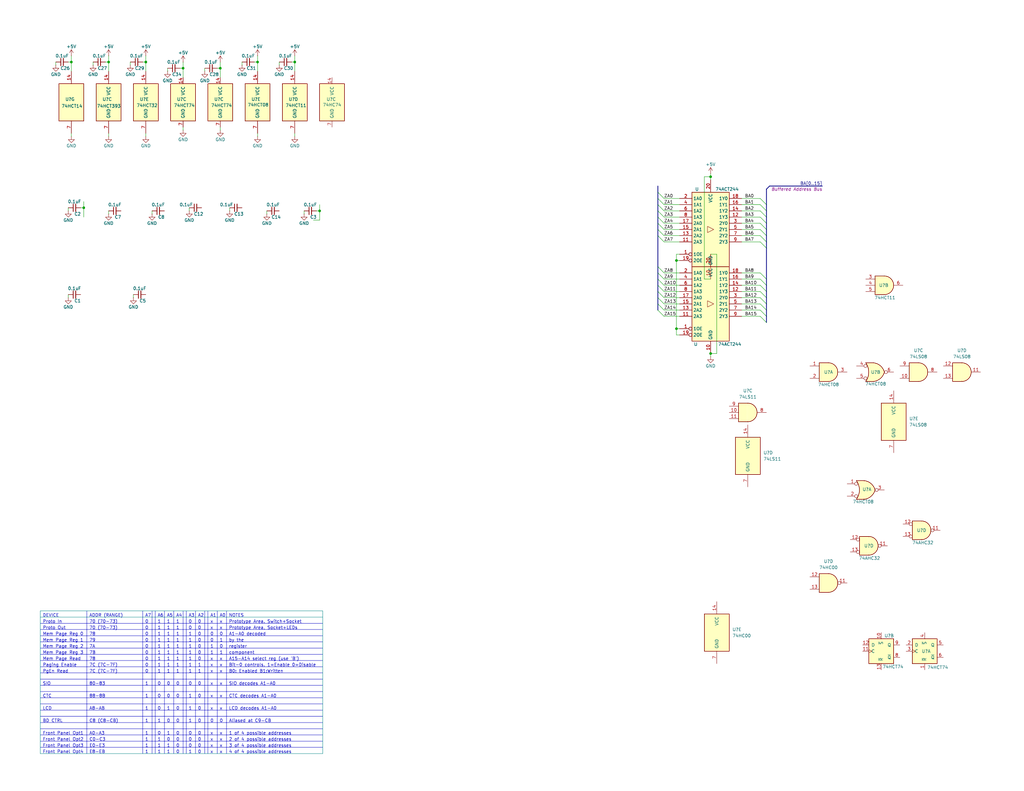
<source format=kicad_sch>
(kicad_sch (version 20250114) (generator "eeschema") (generator_version "9.0")
  (paper "User" 419.1 323.85)
  (title_block (title "Logic Power & Spares") (date "2025-10-08") (rev "PR4") (company "SilkyDESIGN") (comment 1 "Copyright 2025 AESilky & SMcCown") (comment 3 "MicroSystem Z80 w/Front Panel & RC2014 Bus"))
  (lib_symbols
    (symbol "74xx:74AHCT244"
      (property "Reference" "U" (at -7.62 16.51 0))
      (property "Value" "74AHCT244" (at -7.62 -16.51 0))
      (symbol "74AHCT244_1_0"
        (pin input line (at -12.7 12.7 0) (length 5.08) (name "1A0") (number "2"))
        (pin input line (at -12.7 10.16 0) (length 5.08) (name "1A1") (number "4"))
        (pin input line (at -12.7 7.62 0) (length 5.08) (name "1A2") (number "6"))
        (pin input line (at -12.7 5.08 0) (length 5.08) (name "1A3") (number "8"))
        (pin input line (at -12.7 2.54 0) (length 5.08) (name "2A0") (number "17"))
        (pin input line (at -12.7 0 0) (length 5.08) (name "2A1") (number "15"))
        (pin input line (at -12.7 -2.54 0) (length 5.08) (name "2A2") (number "13"))
        (pin input line (at -12.7 -5.08 0) (length 5.08) (name "2A3") (number "11"))
        (pin input inverted (at -12.7 -10.16 0) (length 5.08) (name "1OE") (number "1"))
        (pin input inverted (at -12.7 -12.7 0) (length 5.08) (name "2OE") (number "19"))
        (pin power_in line (at 0 20.32 270) (length 5.08) (name "VCC") (number "20"))
        (pin power_in line (at 0 -20.32 90) (length 5.08) (name "GND") (number "10"))
        (pin tri_state line (at 12.7 12.7 180) (length 5.08) (name "1Y0") (number "18"))
        (pin tri_state line (at 12.7 10.16 180) (length 5.08) (name "1Y1") (number "16"))
        (pin tri_state line (at 12.7 7.62 180) (length 5.08) (name "1Y2") (number "14"))
        (pin tri_state line (at 12.7 5.08 180) (length 5.08) (name "1Y3") (number "12"))
        (pin tri_state line (at 12.7 2.54 180) (length 5.08) (name "2Y0") (number "3"))
        (pin tri_state line (at 12.7 0 180) (length 5.08) (name "2Y1") (number "5"))
        (pin tri_state line (at 12.7 -2.54 180) (length 5.08) (name "2Y2") (number "7"))
        (pin tri_state line (at 12.7 -5.08 180) (length 5.08) (name "2Y3") (number "9"))
      )
    )
    (symbol "74xx:74HC00" (pin_names (offset 1.016))
      (property "Reference" "U" (at 0 1.27 0))
      (property "Value" "74HC00" (at 0 -1.27 0))
      (symbol "74HC00_1_1"
        (pin input line (at -7.62 2.54 0) (length 3.81) (name "~") (number "1"))
        (pin input line (at -7.62 -2.54 0) (length 3.81) (name "~") (number "2"))
        (pin output inverted (at 7.62 0 180) (length 3.81) (name "~") (number "3"))
      )
      (symbol "74HC00_1_2"
        (pin input inverted (at -7.62 2.54 0) (length 4.318) (name "~") (number "1"))
        (pin input inverted (at -7.62 -2.54 0) (length 4.318) (name "~") (number "2"))
        (pin output line (at 7.62 0 180) (length 3.81) (name "~") (number "3"))
      )
      (symbol "74HC00_2_1"
        (pin input line (at -7.62 2.54 0) (length 3.81) (name "~") (number "4"))
        (pin input line (at -7.62 -2.54 0) (length 3.81) (name "~") (number "5"))
        (pin output inverted (at 7.62 0 180) (length 3.81) (name "~") (number "6"))
      )
      (symbol "74HC00_2_2"
        (pin input inverted (at -7.62 2.54 0) (length 4.318) (name "~") (number "4"))
        (pin input inverted (at -7.62 -2.54 0) (length 4.318) (name "~") (number "5"))
        (pin output line (at 7.62 0 180) (length 3.81) (name "~") (number "6"))
      )
      (symbol "74HC00_3_1"
        (pin input line (at -7.62 2.54 0) (length 3.81) (name "~") (number "9"))
        (pin input line (at -7.62 -2.54 0) (length 3.81) (name "~") (number "10"))
        (pin output inverted (at 7.62 0 180) (length 3.81) (name "~") (number "8"))
      )
      (symbol "74HC00_3_2"
        (pin input inverted (at -7.62 2.54 0) (length 4.318) (name "~") (number "9"))
        (pin input inverted (at -7.62 -2.54 0) (length 4.318) (name "~") (number "10"))
        (pin output line (at 7.62 0 180) (length 3.81) (name "~") (number "8"))
      )
      (symbol "74HC00_4_1"
        (pin input line (at -7.62 2.54 0) (length 3.81) (name "~") (number "12"))
        (pin input line (at -7.62 -2.54 0) (length 3.81) (name "~") (number "13"))
        (pin output inverted (at 7.62 0 180) (length 3.81) (name "~") (number "11"))
      )
      (symbol "74HC00_4_2"
        (pin input inverted (at -7.62 2.54 0) (length 4.318) (name "~") (number "12"))
        (pin input inverted (at -7.62 -2.54 0) (length 4.318) (name "~") (number "13"))
        (pin output line (at 7.62 0 180) (length 3.81) (name "~") (number "11"))
      )
      (symbol "74HC00_5_0"
        (pin power_in line (at 0 12.7 270) (length 5.08) (name "VCC") (number "14"))
        (pin power_in line (at 0 -12.7 90) (length 5.08) (name "GND") (number "7"))
      )
    )
    (symbol "74xx:74HC74" (pin_names (offset 1.016))
      (property "Reference" "U" (at -7.62 8.89 0))
      (property "Value" "74HC74" (at -7.62 -8.89 0))
      (symbol "74HC74_1_0"
        (pin input line (at -7.62 2.54 0) (length 2.54) (name "D") (number "2"))
        (pin input clock (at -7.62 0 0) (length 2.54) (name "C") (number "3"))
        (pin input line (at 0 7.62 270) (length 2.54) (name "~{S}") (number "4"))
        (pin input line (at 0 -7.62 90) (length 2.54) (name "~{R}") (number "1"))
        (pin output line (at 7.62 2.54 180) (length 2.54) (name "Q") (number "5"))
        (pin output line (at 7.62 -2.54 180) (length 2.54) (name "~{Q}") (number "6"))
      )
      (symbol "74HC74_2_0"
        (pin input line (at -7.62 2.54 0) (length 2.54) (name "D") (number "12"))
        (pin input clock (at -7.62 0 0) (length 2.54) (name "C") (number "11"))
        (pin input line (at 0 7.62 270) (length 2.54) (name "~{S}") (number "10"))
        (pin input line (at 0 -7.62 90) (length 2.54) (name "~{R}") (number "13"))
        (pin output line (at 7.62 2.54 180) (length 2.54) (name "Q") (number "9"))
        (pin output line (at 7.62 -2.54 180) (length 2.54) (name "~{Q}") (number "8"))
      )
      (symbol "74HC74_3_0"
        (pin power_in line (at 0 10.16 270) (length 2.54) (name "VCC") (number "14"))
        (pin power_in line (at 0 -10.16 90) (length 2.54) (name "GND") (number "7"))
      )
    )
    (symbol "74xx:74HCT74" (pin_names (offset 1.016))
      (property "Reference" "U" (at -7.62 8.89 0))
      (property "Value" "74HCT74" (at -7.62 -8.89 0))
      (symbol "74HCT74_1_0"
        (pin input line (at -7.62 2.54 0) (length 2.54) (name "D") (number "2"))
        (pin input clock (at -7.62 0 0) (length 2.54) (name "C") (number "3"))
        (pin input line (at 0 7.62 270) (length 2.54) (name "~{S}") (number "4"))
        (pin input line (at 0 -7.62 90) (length 2.54) (name "~{R}") (number "1"))
        (pin output line (at 7.62 2.54 180) (length 2.54) (name "Q") (number "5"))
        (pin output line (at 7.62 -2.54 180) (length 2.54) (name "~{Q}") (number "6"))
      )
      (symbol "74HCT74_2_0"
        (pin input line (at -7.62 2.54 0) (length 2.54) (name "D") (number "12"))
        (pin input clock (at -7.62 0 0) (length 2.54) (name "C") (number "11"))
        (pin input line (at 0 7.62 270) (length 2.54) (name "~{S}") (number "10"))
        (pin input line (at 0 -7.62 90) (length 2.54) (name "~{R}") (number "13"))
        (pin output line (at 7.62 2.54 180) (length 2.54) (name "Q") (number "9"))
        (pin output line (at 7.62 -2.54 180) (length 2.54) (name "~{Q}") (number "8"))
      )
      (symbol "74HCT74_3_0"
        (pin power_in line (at 0 10.16 270) (length 2.54) (name "VCC") (number "14"))
        (pin power_in line (at 0 -10.16 90) (length 2.54) (name "GND") (number "7"))
      )
    )
    (symbol "74xx:74LS08" (pin_names (offset 1.016))
      (property "Reference" "U" (at 0 1.27 0))
      (property "Value" "74LS08" (at 0 -1.27 0))
      (symbol "74LS08_1_1"
        (pin input line (at -7.62 2.54 0) (length 3.81) (name "~") (number "1"))
        (pin input line (at -7.62 -2.54 0) (length 3.81) (name "~") (number "2"))
        (pin output line (at 7.62 0 180) (length 3.81) (name "~") (number "3"))
      )
      (symbol "74LS08_1_2"
        (pin input inverted (at -7.62 2.54 0) (length 4.318) (name "~") (number "1"))
        (pin input inverted (at -7.62 -2.54 0) (length 4.318) (name "~") (number "2"))
        (pin output inverted (at 7.62 0 180) (length 3.81) (name "~") (number "3"))
      )
      (symbol "74LS08_2_1"
        (pin input line (at -7.62 2.54 0) (length 3.81) (name "~") (number "4"))
        (pin input line (at -7.62 -2.54 0) (length 3.81) (name "~") (number "5"))
        (pin output line (at 7.62 0 180) (length 3.81) (name "~") (number "6"))
      )
      (symbol "74LS08_2_2"
        (pin input inverted (at -7.62 2.54 0) (length 4.318) (name "~") (number "4"))
        (pin input inverted (at -7.62 -2.54 0) (length 4.318) (name "~") (number "5"))
        (pin output inverted (at 7.62 0 180) (length 3.81) (name "~") (number "6"))
      )
      (symbol "74LS08_3_1"
        (pin input line (at -7.62 2.54 0) (length 3.81) (name "~") (number "9"))
        (pin input line (at -7.62 -2.54 0) (length 3.81) (name "~") (number "10"))
        (pin output line (at 7.62 0 180) (length 3.81) (name "~") (number "8"))
      )
      (symbol "74LS08_3_2"
        (pin input inverted (at -7.62 2.54 0) (length 4.318) (name "~") (number "9"))
        (pin input inverted (at -7.62 -2.54 0) (length 4.318) (name "~") (number "10"))
        (pin output inverted (at 7.62 0 180) (length 3.81) (name "~") (number "8"))
      )
      (symbol "74LS08_4_1"
        (pin input line (at -7.62 2.54 0) (length 3.81) (name "~") (number "12"))
        (pin input line (at -7.62 -2.54 0) (length 3.81) (name "~") (number "13"))
        (pin output line (at 7.62 0 180) (length 3.81) (name "~") (number "11"))
      )
      (symbol "74LS08_4_2"
        (pin input inverted (at -7.62 2.54 0) (length 4.318) (name "~") (number "12"))
        (pin input inverted (at -7.62 -2.54 0) (length 4.318) (name "~") (number "13"))
        (pin output inverted (at 7.62 0 180) (length 3.81) (name "~") (number "11"))
      )
      (symbol "74LS08_5_0"
        (pin power_in line (at 0 12.7 270) (length 5.08) (name "VCC") (number "14"))
        (pin power_in line (at 0 -12.7 90) (length 5.08) (name "GND") (number "7"))
      )
    )
    (symbol "74xx:74LS11" (pin_names (offset 1.016))
      (property "Reference" "U" (at 0 1.27 0))
      (property "Value" "74LS11" (at 0 -1.27 0))
      (symbol "74LS11_1_1"
        (pin input line (at -7.62 2.54 0) (length 3.81) (name "~") (number "1"))
        (pin input line (at -7.62 0 0) (length 3.81) (name "~") (number "2"))
        (pin input line (at -7.62 -2.54 0) (length 3.81) (name "~") (number "13"))
        (pin output line (at 7.62 0 180) (length 3.81) (name "~") (number "12"))
      )
      (symbol "74LS11_1_2"
        (pin input inverted (at -7.62 2.54 0) (length 4.318) (name "~") (number "1"))
        (pin input inverted (at -7.62 0 0) (length 4.953) (name "~") (number "2"))
        (pin input inverted (at -7.62 -2.54 0) (length 4.318) (name "~") (number "13"))
        (pin output inverted (at 7.62 0 180) (length 3.81) (name "~") (number "12"))
      )
      (symbol "74LS11_2_1"
        (pin input line (at -7.62 2.54 0) (length 3.81) (name "~") (number "3"))
        (pin input line (at -7.62 0 0) (length 3.81) (name "~") (number "4"))
        (pin input line (at -7.62 -2.54 0) (length 3.81) (name "~") (number "5"))
        (pin output line (at 7.62 0 180) (length 3.81) (name "~") (number "6"))
      )
      (symbol "74LS11_2_2"
        (pin input inverted (at -7.62 2.54 0) (length 4.318) (name "~") (number "3"))
        (pin input inverted (at -7.62 0 0) (length 4.953) (name "~") (number "4"))
        (pin input inverted (at -7.62 -2.54 0) (length 4.318) (name "~") (number "5"))
        (pin output inverted (at 7.62 0 180) (length 3.81) (name "~") (number "6"))
      )
      (symbol "74LS11_3_1"
        (pin input line (at -7.62 2.54 0) (length 3.81) (name "~") (number "9"))
        (pin input line (at -7.62 0 0) (length 3.81) (name "~") (number "10"))
        (pin input line (at -7.62 -2.54 0) (length 3.81) (name "~") (number "11"))
        (pin output line (at 7.62 0 180) (length 3.81) (name "~") (number "8"))
      )
      (symbol "74LS11_3_2"
        (pin input inverted (at -7.62 2.54 0) (length 4.318) (name "~") (number "9"))
        (pin input inverted (at -7.62 0 0) (length 4.953) (name "~") (number "10"))
        (pin input inverted (at -7.62 -2.54 0) (length 4.318) (name "~") (number "11"))
        (pin output inverted (at 7.62 0 180) (length 3.81) (name "~") (number "8"))
      )
      (symbol "74LS11_4_0"
        (pin power_in line (at 0 12.7 270) (length 5.08) (name "VCC") (number "14"))
        (pin power_in line (at 0 -12.7 90) (length 5.08) (name "GND") (number "7"))
      )
    )
    (symbol "74xx:74LS32" (pin_names (offset 1.016))
      (property "Reference" "U" (at 0 1.27 0))
      (property "Value" "74LS32" (at 0 -1.27 0))
      (symbol "74LS32_1_1"
        (pin input line (at -7.62 2.54 0) (length 4.318) (name "~") (number "1"))
        (pin input line (at -7.62 -2.54 0) (length 4.318) (name "~") (number "2"))
        (pin output line (at 7.62 0 180) (length 3.81) (name "~") (number "3"))
      )
      (symbol "74LS32_1_2"
        (pin input inverted (at -7.62 2.54 0) (length 3.81) (name "~") (number "1"))
        (pin input inverted (at -7.62 -2.54 0) (length 3.81) (name "~") (number "2"))
        (pin output inverted (at 7.62 0 180) (length 3.81) (name "~") (number "3"))
      )
      (symbol "74LS32_2_1"
        (pin input line (at -7.62 2.54 0) (length 4.318) (name "~") (number "4"))
        (pin input line (at -7.62 -2.54 0) (length 4.318) (name "~") (number "5"))
        (pin output line (at 7.62 0 180) (length 3.81) (name "~") (number "6"))
      )
      (symbol "74LS32_2_2"
        (pin input inverted (at -7.62 2.54 0) (length 3.81) (name "~") (number "4"))
        (pin input inverted (at -7.62 -2.54 0) (length 3.81) (name "~") (number "5"))
        (pin output inverted (at 7.62 0 180) (length 3.81) (name "~") (number "6"))
      )
      (symbol "74LS32_3_1"
        (pin input line (at -7.62 2.54 0) (length 4.318) (name "~") (number "9"))
        (pin input line (at -7.62 -2.54 0) (length 4.318) (name "~") (number "10"))
        (pin output line (at 7.62 0 180) (length 3.81) (name "~") (number "8"))
      )
      (symbol "74LS32_3_2"
        (pin input inverted (at -7.62 2.54 0) (length 3.81) (name "~") (number "9"))
        (pin input inverted (at -7.62 -2.54 0) (length 3.81) (name "~") (number "10"))
        (pin output inverted (at 7.62 0 180) (length 3.81) (name "~") (number "8"))
      )
      (symbol "74LS32_4_1"
        (pin input line (at -7.62 2.54 0) (length 4.318) (name "~") (number "12"))
        (pin input line (at -7.62 -2.54 0) (length 4.318) (name "~") (number "13"))
        (pin output line (at 7.62 0 180) (length 3.81) (name "~") (number "11"))
      )
      (symbol "74LS32_4_2"
        (pin input inverted (at -7.62 2.54 0) (length 3.81) (name "~") (number "12"))
        (pin input inverted (at -7.62 -2.54 0) (length 3.81) (name "~") (number "13"))
        (pin output inverted (at 7.62 0 180) (length 3.81) (name "~") (number "11"))
      )
      (symbol "74LS32_5_0"
        (pin power_in line (at 0 12.7 270) (length 5.08) (name "VCC") (number "14"))
        (pin power_in line (at 0 -12.7 90) (length 5.08) (name "GND") (number "7"))
      )
    )
    (symbol "74xx:74LS393" (pin_names (offset 1.016))
      (property "Reference" "U" (at -7.62 8.89 0))
      (property "Value" "74LS393" (at -7.62 -8.89 0))
      (symbol "74LS393_1_0"
        (pin input clock (at -12.7 2.54 0) (length 5.08) (name "CP") (number "1"))
        (pin input line (at -12.7 -5.08 0) (length 5.08) (name "MR") (number "2"))
        (pin output line (at 12.7 2.54 180) (length 5.08) (name "Q0") (number "3"))
        (pin output line (at 12.7 0 180) (length 5.08) (name "Q1") (number "4"))
        (pin output line (at 12.7 -2.54 180) (length 5.08) (name "Q2") (number "5"))
        (pin output line (at 12.7 -5.08 180) (length 5.08) (name "Q3") (number "6"))
      )
      (symbol "74LS393_2_0"
        (pin input clock (at -12.7 2.54 0) (length 5.08) (name "CP") (number "13"))
        (pin input line (at -12.7 -5.08 0) (length 5.08) (name "MR") (number "12"))
        (pin output line (at 12.7 2.54 180) (length 5.08) (name "Q0") (number "11"))
        (pin output line (at 12.7 0 180) (length 5.08) (name "Q1") (number "10"))
        (pin output line (at 12.7 -2.54 180) (length 5.08) (name "Q2") (number "9"))
        (pin output line (at 12.7 -5.08 180) (length 5.08) (name "Q3") (number "8"))
      )
      (symbol "74LS393_3_0"
        (pin power_in line (at 0 12.7 270) (length 5.08) (name "VCC") (number "14"))
        (pin power_in line (at 0 -12.7 90) (length 5.08) (name "GND") (number "7"))
      )
    )
    (symbol "AES_Library:74HC14-AES" (pin_names (offset 1.016) (hide yes))
      (property "Reference" "U" (at 0 1.27 0))
      (property "Value" "74HC14-AES" (at 0 -1.27 0))
      (symbol "74HC14-AES_1_1"
        (pin input line (at -7.62 0 0) (length 3.81) (name "~") (number "1"))
        (pin output inverted (at 7.62 0 180) (length 3.81) (name "~") (number "2"))
      )
      (symbol "74HC14-AES_1_2"
        (pin input inverted (at -7.62 0 0) (length 3.81) (name "~") (number "1"))
        (pin output line (at 7.62 0 180) (length 3.81) (name "~") (number "2"))
      )
      (symbol "74HC14-AES_2_1"
        (pin input line (at -7.62 0 0) (length 3.81) (name "~") (number "3"))
        (pin output inverted (at 7.62 0 180) (length 3.81) (name "~") (number "4"))
      )
      (symbol "74HC14-AES_2_2"
        (pin input inverted (at -7.62 0 0) (length 3.81) (name "~") (number "3"))
        (pin output line (at 7.62 0 180) (length 3.81) (name "~") (number "4"))
      )
      (symbol "74HC14-AES_3_1"
        (pin input line (at -7.62 0 0) (length 3.81) (name "~") (number "5"))
        (pin output inverted (at 7.62 0 180) (length 3.81) (name "~") (number "6"))
      )
      (symbol "74HC14-AES_3_2"
        (pin input inverted (at -7.62 0 0) (length 3.81) (name "~") (number "5"))
        (pin output line (at 7.62 0 180) (length 3.81) (name "~") (number "6"))
      )
      (symbol "74HC14-AES_4_1"
        (pin input line (at -7.62 0 0) (length 3.81) (name "~") (number "9"))
        (pin output inverted (at 7.62 0 180) (length 3.81) (name "~") (number "8"))
      )
      (symbol "74HC14-AES_4_2"
        (pin input inverted (at -7.62 0 0) (length 3.81) (name "~") (number "9"))
        (pin output line (at 7.62 0 180) (length 3.81) (name "~") (number "8"))
      )
      (symbol "74HC14-AES_5_1"
        (pin input line (at -7.62 0 0) (length 3.81) (name "~") (number "11"))
        (pin output inverted (at 7.62 0 180) (length 3.81) (name "~") (number "10"))
      )
      (symbol "74HC14-AES_5_2"
        (pin input inverted (at -7.62 0 0) (length 3.81) (name "~") (number "11"))
        (pin output line (at 7.62 0 180) (length 3.81) (name "~") (number "10"))
      )
      (symbol "74HC14-AES_6_1"
        (pin input line (at -7.62 0 0) (length 3.81) (name "~") (number "13"))
        (pin output inverted (at 7.62 0 180) (length 3.81) (name "~") (number "12"))
      )
      (symbol "74HC14-AES_6_2"
        (pin input inverted (at -7.62 0 0) (length 3.81) (name "~") (number "13"))
        (pin output line (at 7.62 0 180) (length 3.81) (name "~") (number "12"))
      )
      (symbol "74HC14-AES_7_0"
        (pin power_in line (at 0 12.7 270) (length 5.08) (name "VCC") (number "14"))
        (pin power_in line (at 0 -12.7 90) (length 5.08) (name "GND") (number "7"))
      )
    )
    (symbol "Device:C_Small" (pin_numbers (hide yes)) (pin_names (offset 0.254) (hide yes))
      (property "Reference" "C" (at 0.254 1.778 0))
      (property "Value" "C_Small" (at 0.254 -2.032 0))
      (symbol "C_Small_1_1"
        (pin passive line (at 0 2.54 270) (length 2.032) (name "~") (number "1"))
        (pin passive line (at 0 -2.54 90) (length 2.032) (name "~") (number "2"))
      )
    )
    (symbol "power:+5V" (power) (pin_numbers (hide yes)) (pin_names (offset 0) (hide yes))
      (property "Value" "+5V" (at 0 3.556 0))
      (symbol "+5V_1_1"
        (pin power_in line (at 0 0 90) (length 0) (name "~") (number "1"))
      )
    )
    (symbol "power:GND" (power) (pin_numbers (hide yes)) (pin_names (offset 0) (hide yes))
      (property "Value" "GND" (at 0 -3.81 0))
      (symbol "GND_1_1"
        (pin power_in line (at 0 0 270) (length 0) (name "~") (number "1"))
      )
    )
  )
  (junction (at 120.65 25.4))
  (junction (at 290.83 144.78))
  (junction (at 276.86 106.68))
  (junction (at 74.93 27.94))
  (junction (at 44.45 25.4))
  (junction (at 29.21 25.4))
  (junction (at 290.83 72.39))
  (junction (at 105.41 25.4))
  (junction (at 90.17 27.94))
  (junction (at 276.86 134.62))
  (junction (at 34.29 85.09))
  (junction (at 130.81 86.36))
  (junction (at 59.69 25.4))
  (bus_entry (at 269.24 121.92) (size 2.54 2.54))
  (bus_entry (at 269.24 116.84) (size 2.54 2.54))
  (bus_entry (at 311.15 81.28) (size 2.54 2.54))
  (bus_entry (at 269.24 93.98) (size 2.54 2.54))
  (bus_entry (at 311.15 86.36) (size 2.54 2.54))
  (bus_entry (at 269.24 96.52) (size 2.54 2.54))
  (bus_entry (at 311.15 96.52) (size 2.54 2.54))
  (bus_entry (at 311.15 127) (size 2.54 2.54))
  (bus_entry (at 311.15 83.82) (size 2.54 2.54))
  (bus_entry (at 269.24 119.38) (size 2.54 2.54))
  (bus_entry (at 269.24 81.28) (size 2.54 2.54))
  (bus_entry (at 311.15 116.84) (size 2.54 2.54))
  (bus_entry (at 269.24 109.22) (size 2.54 2.54))
  (bus_entry (at 311.15 93.98) (size 2.54 2.54))
  (bus_entry (at 311.15 129.54) (size 2.54 2.54))
  (bus_entry (at 311.15 121.92) (size 2.54 2.54))
  (bus_entry (at 269.24 127) (size 2.54 2.54))
  (bus_entry (at 269.24 86.36) (size 2.54 2.54))
  (bus_entry (at 269.24 83.82) (size 2.54 2.54))
  (bus_entry (at 269.24 88.9) (size 2.54 2.54))
  (bus_entry (at 311.15 114.3) (size 2.54 2.54))
  (bus_entry (at 311.15 99.06) (size 2.54 2.54))
  (bus_entry (at 269.24 111.76) (size 2.54 2.54))
  (bus_entry (at 269.24 124.46) (size 2.54 2.54))
  (bus_entry (at 311.15 91.44) (size 2.54 2.54))
  (bus_entry (at 311.15 124.46) (size 2.54 2.54))
  (bus_entry (at 311.15 111.76) (size 2.54 2.54))
  (bus_entry (at 311.15 119.38) (size 2.54 2.54))
  (bus_entry (at 269.24 91.44) (size 2.54 2.54))
  (bus_entry (at 311.15 88.9) (size 2.54 2.54))
  (bus_entry (at 269.24 114.3) (size 2.54 2.54))
  (bus_entry (at 269.24 78.74) (size 2.54 2.54))
  (wire (pts (xy 290.83 72.39) (xy 290.83 73.66)))
  (wire (pts (xy 83.82 27.94) (xy 83.82 29.21)))
  (wire (pts (xy 276.86 104.14) (xy 276.86 106.68)))
  (wire (pts (xy 276.86 134.62) (xy 278.13 134.62)))
  (bus (pts (xy 269.24 93.98) (xy 269.24 96.52)))
  (bus (pts (xy 269.24 111.76) (xy 269.24 114.3)))
  (wire (pts (xy 130.81 86.36) (xy 130.81 90.17)))
  (wire (pts (xy 120.65 25.4) (xy 120.65 29.21)))
  (wire (pts (xy 58.42 25.4) (xy 59.69 25.4)))
  (wire (pts (xy 119.38 25.4) (xy 120.65 25.4)))
  (wire (pts (xy 271.78 91.44) (xy 278.13 91.44)))
  (wire (pts (xy 105.41 22.86) (xy 105.41 25.4)))
  (wire (pts (xy 271.78 93.98) (xy 278.13 93.98)))
  (wire (pts (xy 90.17 25.4) (xy 90.17 27.94)))
  (wire (pts (xy 271.78 83.82) (xy 278.13 83.82)))
  (wire (pts (xy 74.93 52.07) (xy 74.93 53.34)))
  (wire (pts (xy 44.45 25.4) (xy 44.45 29.21)))
  (wire (pts (xy 271.78 96.52) (xy 278.13 96.52)))
  (wire (pts (xy 290.83 144.78) (xy 293.37 144.78)))
  (bus (pts (xy 313.69 91.44) (xy 313.69 88.9)))
  (wire (pts (xy 59.69 54.61) (xy 59.69 55.88)))
  (wire (pts (xy 27.94 120.65) (xy 27.94 121.92)))
  (wire (pts (xy 38.1 25.4) (xy 38.1 26.67)))
  (bus (pts (xy 269.24 121.92) (xy 269.24 124.46)))
  (wire (pts (xy 303.53 99.06) (xy 311.15 99.06)))
  (wire (pts (xy 271.78 116.84) (xy 278.13 116.84)))
  (wire (pts (xy 43.18 25.4) (xy 44.45 25.4)))
  (wire (pts (xy 271.78 99.06) (xy 278.13 99.06)))
  (wire (pts (xy 303.53 124.46) (xy 311.15 124.46)))
  (wire (pts (xy 303.53 81.28) (xy 311.15 81.28)))
  (bus (pts (xy 313.69 101.6) (xy 313.69 114.3)))
  (wire (pts (xy 303.53 86.36) (xy 311.15 86.36)))
  (wire (pts (xy 271.78 121.92) (xy 278.13 121.92)))
  (wire (pts (xy 34.29 82.55) (xy 34.29 85.09)))
  (wire (pts (xy 29.21 54.61) (xy 29.21 55.88)))
  (bus (pts (xy 313.69 127) (xy 313.69 124.46)))
  (wire (pts (xy 59.69 25.4) (xy 59.69 29.21)))
  (bus (pts (xy 269.24 124.46) (xy 269.24 127)))
  (wire (pts (xy 303.53 116.84) (xy 311.15 116.84)))
  (bus (pts (xy 313.69 129.54) (xy 313.69 127)))
  (wire (pts (xy 27.94 25.4) (xy 29.21 25.4)))
  (wire (pts (xy 271.78 86.36) (xy 278.13 86.36)))
  (wire (pts (xy 44.45 86.36) (xy 44.45 87.63)))
  (wire (pts (xy 303.53 83.82) (xy 311.15 83.82)))
  (wire (pts (xy 303.53 111.76) (xy 311.15 111.76)))
  (wire (pts (xy 303.53 119.38) (xy 311.15 119.38)))
  (bus (pts (xy 269.24 81.28) (xy 269.24 83.82)))
  (wire (pts (xy 128.27 90.17) (xy 130.81 90.17)))
  (bus (pts (xy 313.69 121.92) (xy 313.69 119.38)))
  (bus (pts (xy 314.96 76.2) (xy 336.55 76.2)))
  (wire (pts (xy 120.65 54.61) (xy 120.65 55.88)))
  (bus (pts (xy 313.69 93.98) (xy 313.69 91.44)))
  (bus (pts (xy 313.69 119.38) (xy 313.69 116.84)))
  (wire (pts (xy 109.22 86.36) (xy 109.22 87.63)))
  (wire (pts (xy 68.58 27.94) (xy 68.58 29.21)))
  (bus (pts (xy 313.69 99.06) (xy 313.69 96.52)))
  (wire (pts (xy 271.78 111.76) (xy 278.13 111.76)))
  (bus (pts (xy 313.69 132.08) (xy 313.69 129.54)))
  (wire (pts (xy 90.17 52.07) (xy 90.17 53.34)))
  (wire (pts (xy 303.53 127) (xy 311.15 127)))
  (bus (pts (xy 313.69 88.9) (xy 313.69 86.36)))
  (wire (pts (xy 290.83 104.14) (xy 293.37 104.14)))
  (wire (pts (xy 290.83 114.3) (xy 288.29 114.3)))
  (bus (pts (xy 269.24 91.44) (xy 269.24 93.98)))
  (wire (pts (xy 288.29 72.39) (xy 288.29 114.3)))
  (wire (pts (xy 62.23 86.36) (xy 62.23 87.63)))
  (bus (pts (xy 269.24 109.22) (xy 269.24 111.76)))
  (bus (pts (xy 313.69 86.36) (xy 313.69 83.82)))
  (bus (pts (xy 269.24 83.82) (xy 269.24 86.36)))
  (wire (pts (xy 271.78 127) (xy 278.13 127)))
  (wire (pts (xy 77.47 85.09) (xy 77.47 86.36)))
  (wire (pts (xy 22.86 25.4) (xy 22.86 26.67)))
  (wire (pts (xy 34.29 85.09) (xy 34.29 88.9)))
  (wire (pts (xy 104.14 25.4) (xy 105.41 25.4)))
  (wire (pts (xy 276.86 106.68) (xy 278.13 106.68)))
  (bus (pts (xy 313.69 116.84) (xy 313.69 114.3)))
  (wire (pts (xy 271.78 129.54) (xy 278.13 129.54)))
  (bus (pts (xy 313.69 77.47) (xy 314.96 76.2)))
  (wire (pts (xy 276.86 106.68) (xy 276.86 134.62)))
  (wire (pts (xy 29.21 25.4) (xy 29.21 29.21)))
  (wire (pts (xy 303.53 91.44) (xy 311.15 91.44)))
  (wire (pts (xy 303.53 93.98) (xy 311.15 93.98)))
  (wire (pts (xy 303.53 88.9) (xy 311.15 88.9)))
  (wire (pts (xy 105.41 25.4) (xy 105.41 29.21)))
  (bus (pts (xy 313.69 124.46) (xy 313.69 121.92)))
  (wire (pts (xy 54.61 120.65) (xy 54.61 121.92)))
  (wire (pts (xy 276.86 137.16) (xy 278.13 137.16)))
  (wire (pts (xy 271.78 119.38) (xy 278.13 119.38)))
  (wire (pts (xy 93.98 85.09) (xy 93.98 86.36)))
  (wire (pts (xy 27.94 85.09) (xy 27.94 86.36)))
  (wire (pts (xy 303.53 121.92) (xy 311.15 121.92)))
  (wire (pts (xy 29.21 22.86) (xy 29.21 25.4)))
  (bus (pts (xy 269.24 76.2) (xy 269.24 78.74)))
  (wire (pts (xy 303.53 114.3) (xy 311.15 114.3)))
  (wire (pts (xy 130.81 83.82) (xy 130.81 86.36)))
  (wire (pts (xy 53.34 25.4) (xy 53.34 26.67)))
  (bus (pts (xy 313.69 96.52) (xy 313.69 93.98)))
  (bus (pts (xy 269.24 114.3) (xy 269.24 116.84)))
  (wire (pts (xy 99.06 25.4) (xy 99.06 26.67)))
  (wire (pts (xy 124.46 86.36) (xy 124.46 87.63)))
  (wire (pts (xy 271.78 124.46) (xy 278.13 124.46)))
  (wire (pts (xy 88.9 27.94) (xy 90.17 27.94)))
  (bus (pts (xy 269.24 88.9) (xy 269.24 91.44)))
  (bus (pts (xy 313.69 101.6) (xy 313.69 99.06)))
  (bus (pts (xy 269.24 96.52) (xy 269.24 109.22)))
  (bus (pts (xy 269.24 78.74) (xy 269.24 81.28)))
  (wire (pts (xy 129.54 86.36) (xy 130.81 86.36)))
  (wire (pts (xy 114.3 25.4) (xy 114.3 26.67)))
  (wire (pts (xy 288.29 72.39) (xy 290.83 72.39)))
  (wire (pts (xy 120.65 22.86) (xy 120.65 25.4)))
  (bus (pts (xy 269.24 116.84) (xy 269.24 119.38)))
  (wire (pts (xy 74.93 25.4) (xy 74.93 27.94)))
  (wire (pts (xy 44.45 22.86) (xy 44.45 25.4)))
  (wire (pts (xy 74.93 27.94) (xy 74.93 31.75)))
  (wire (pts (xy 293.37 104.14) (xy 293.37 144.78)))
  (wire (pts (xy 90.17 27.94) (xy 90.17 31.75)))
  (wire (pts (xy 271.78 114.3) (xy 278.13 114.3)))
  (bus (pts (xy 269.24 119.38) (xy 269.24 121.92)))
  (wire (pts (xy 59.69 22.86) (xy 59.69 25.4)))
  (bus (pts (xy 269.24 86.36) (xy 269.24 88.9)))
  (wire (pts (xy 290.83 71.12) (xy 290.83 72.39)))
  (wire (pts (xy 271.78 81.28) (xy 278.13 81.28)))
  (wire (pts (xy 33.02 85.09) (xy 34.29 85.09)))
  (wire (pts (xy 44.45 54.61) (xy 44.45 55.88)))
  (wire (pts (xy 278.13 104.14) (xy 276.86 104.14)))
  (wire (pts (xy 276.86 134.62) (xy 276.86 137.16)))
  (bus (pts (xy 313.69 83.82) (xy 313.69 77.47)))
  (wire (pts (xy 303.53 129.54) (xy 311.15 129.54)))
  (wire (pts (xy 303.53 96.52) (xy 311.15 96.52)))
  (wire (pts (xy 271.78 88.9) (xy 278.13 88.9)))
  (wire (pts (xy 105.41 54.61) (xy 105.41 55.88)))
  (wire (pts (xy 290.83 144.78) (xy 290.83 146.05)))
  (wire (pts (xy 73.66 27.94) (xy 74.93 27.94)))
  (table (column_count 14) (border (external yes) (header yes) (stroke (width 0) (color 0 132 132 1))) (separators (rows yes) (cols yes)) (column_widths 19.05 22.86 3.81 1.27 3.81 3.81 3.81 1.27 3.81 3.81 1.27 3.81 3.81 39.37) (row_heights 2.54 2.54 2.54 2.54 2.54 2.54 2.54 2.54 2.54 2.54 2.54 2.54 2.54 2.54 2.54 2.54 2.54 2.54 2.54 2.54 2.54 2.54 2.54) (cells (table_cell "DEVICE" (at 16.51 250.19 0) (size 19.05 2.54) (margins 0.9525 0.9525 0.9525 0.9525) (span 1 1)) (table_cell "ADDR (RANGE)" (at 35.56 250.19 0) (size 22.86 2.54) (margins 0.9525 0.9525 0.9525 0.9525) (span 1 1)) (table_cell "A7" (at 58.42 250.19 0) (size 3.81 2.54) (margins 0.9525 0.9525 0.9525 0.9525) (span 1 1)) (table_cell "" (at 62.23 250.19 0) (size 1.27 2.54) (margins 0.9525 0.9525 0.9525 0.9525) (span 1 1)) (table_cell "A6" (at 63.5 250.19 0) (size 3.81 2.54) (margins 0.9525 0.9525 0.9525 0.9525) (span 1 1)) (table_cell "A5" (at 67.31 250.19 0) (size 3.81 2.54) (margins 0.9525 0.9525 0.9525 0.9525) (span 1 1)) (table_cell "A4" (at 71.12 250.19 0) (size 3.81 2.54) (margins 0.9525 0.9525 0.9525 0.9525) (span 1 1)) (table_cell "" (at 74.93 250.19 0) (size 1.27 2.54) (margins 0.9525 0.9525 0.9525 0.9525) (span 1 1)) (table_cell "A3" (at 76.2 250.19 0) (size 3.81 2.54) (margins 0.9525 0.9525 0.9525 0.9525) (span 1 1)) (table_cell "A2" (at 80.01 250.19 0) (size 3.81 2.54) (margins 0.9525 0.9525 0.9525 0.9525) (span 1 1)) (table_cell "" (at 83.82 250.19 0) (size 1.27 2.54) (margins 0.9525 0.9525 0.9525 0.9525) (span 1 1)) (table_cell "A1" (at 85.09 250.19 0) (size 3.81 2.54) (margins 0.9525 0.9525 0.9525 0.9525) (span 1 1)) (table_cell "A0" (at 88.9 250.19 0) (size 3.81 2.54) (margins 0.9525 0.9525 0.9525 0.9525) (span 1 1)) (table_cell "NOTES" (at 92.71 250.19 0) (size 39.37 2.54) (margins 0.9525 0.9525 0.9525 0.9525) (span 1 1)) (table_cell "Proto In" (at 16.51 252.73 0) (size 19.05 2.54) (margins 0.9525 0.9525 0.9525 0.9525) (span 1 1)) (table_cell "70 (70-73)" (at 35.56 252.73 0) (size 22.86 2.54) (margins 0.9525 0.9525 0.9525 0.9525) (span 1 1)) (table_cell "0" (at 58.42 252.73 0) (size 3.81 2.54) (margins 0.9525 0.9525 0.9525 0.9525) (span 1 1)) (table_cell "" (at 62.23 252.73 0) (size 1.27 2.54) (margins 0.9525 0.9525 0.9525 0.9525) (span 1 1)) (table_cell "1" (at 63.5 252.73 0) (size 3.81 2.54) (margins 0.9525 0.9525 0.9525 0.9525) (span 1 1)) (table_cell "1" (at 67.31 252.73 0) (size 3.81 2.54) (margins 0.9525 0.9525 0.9525 0.9525) (span 1 1)) (table_cell "1" (at 71.12 252.73 0) (size 3.81 2.54) (margins 0.9525 0.9525 0.9525 0.9525) (span 1 1)) (table_cell "" (at 74.93 252.73 0) (size 1.27 2.54) (margins 0.9525 0.9525 0.9525 0.9525) (span 1 1)) (table_cell "0" (at 76.2 252.73 0) (size 3.81 2.54) (margins 0.9525 0.9525 0.9525 0.9525) (span 1 1)) (table_cell "0" (at 80.01 252.73 0) (size 3.81 2.54) (margins 0.9525 0.9525 0.9525 0.9525) (span 1 1)) (table_cell "" (at 83.82 252.73 0) (size 1.27 2.54) (margins 0.9525 0.9525 0.9525 0.9525) (span 1 1)) (table_cell "x" (at 85.09 252.73 0) (size 3.81 2.54) (margins 0.9525 0.9525 0.9525 0.9525) (span 1 1)) (table_cell "x" (at 88.9 252.73 0) (size 3.81 2.54) (margins 0.9525 0.9525 0.9525 0.9525) (span 1 1)) (table_cell "Prototype Area. Switch+Socket" (at 92.71 252.73 0) (size 39.37 2.54) (margins 0.9525 0.9525 0.9525 0.9525) (span 1 1)) (table_cell "Proto Out" (at 16.51 255.27 0) (size 19.05 2.54) (margins 0.9525 0.9525 0.9525 0.9525) (span 1 1)) (table_cell "70 (70-73)" (at 35.56 255.27 0) (size 22.86 2.54) (margins 0.9525 0.9525 0.9525 0.9525) (span 1 1)) (table_cell "0" (at 58.42 255.27 0) (size 3.81 2.54) (margins 0.9525 0.9525 0.9525 0.9525) (span 1 1)) (table_cell "" (at 62.23 255.27 0) (size 1.27 2.54) (margins 0.9525 0.9525 0.9525 0.9525) (span 1 1)) (table_cell "1" (at 63.5 255.27 0) (size 3.81 2.54) (margins 0.9525 0.9525 0.9525 0.9525) (span 1 1)) (table_cell "1" (at 67.31 255.27 0) (size 3.81 2.54) (margins 0.9525 0.9525 0.9525 0.9525) (span 1 1)) (table_cell "1" (at 71.12 255.27 0) (size 3.81 2.54) (margins 0.9525 0.9525 0.9525 0.9525) (span 1 1)) (table_cell "" (at 74.93 255.27 0) (size 1.27 2.54) (margins 0.9525 0.9525 0.9525 0.9525) (span 1 1)) (table_cell "0" (at 76.2 255.27 0) (size 3.81 2.54) (margins 0.9525 0.9525 0.9525 0.9525) (span 1 1)) (table_cell "0" (at 80.01 255.27 0) (size 3.81 2.54) (margins 0.9525 0.9525 0.9525 0.9525) (span 1 1)) (table_cell "" (at 83.82 255.27 0) (size 1.27 2.54) (margins 0.9525 0.9525 0.9525 0.9525) (span 1 1)) (table_cell "x" (at 85.09 255.27 0) (size 3.81 2.54) (margins 0.9525 0.9525 0.9525 0.9525) (span 1 1)) (table_cell "x" (at 88.9 255.27 0) (size 3.81 2.54) (margins 0.9525 0.9525 0.9525 0.9525) (span 1 1)) (table_cell "Prototype Area, Socket+LEDs" (at 92.71 255.27 0) (size 39.37 2.54) (margins 0.9525 0.9525 0.9525 0.9525) (span 1 1)) (table_cell "Mem Page Reg 0" (at 16.51 257.81 0) (size 19.05 2.54) (margins 0.9525 0.9525 0.9525 0.9525) (span 1 1)) (table_cell "78" (at 35.56 257.81 0) (size 22.86 2.54) (margins 0.9525 0.9525 0.9525 0.9525) (span 1 1)) (table_cell "0" (at 58.42 257.81 0) (size 3.81 2.54) (margins 0.9525 0.9525 0.9525 0.9525) (span 1 1)) (table_cell "" (at 62.23 257.81 0) (size 1.27 2.54) (margins 0.9525 0.9525 0.9525 0.9525) (span 1 1)) (table_cell "1" (at 63.5 257.81 0) (size 3.81 2.54) (margins 0.9525 0.9525 0.9525 0.9525) (span 1 1)) (table_cell "1" (at 67.31 257.81 0) (size 3.81 2.54) (margins 0.9525 0.9525 0.9525 0.9525) (span 1 1)) (table_cell "1" (at 71.12 257.81 0) (size 3.81 2.54) (margins 0.9525 0.9525 0.9525 0.9525) (span 1 1)) (table_cell "" (at 74.93 257.81 0) (size 1.27 2.54) (margins 0.9525 0.9525 0.9525 0.9525) (span 1 1)) (table_cell "1" (at 76.2 257.81 0) (size 3.81 2.54) (margins 0.9525 0.9525 0.9525 0.9525) (span 1 1)) (table_cell "0" (at 80.01 257.81 0) (size 3.81 2.54) (margins 0.9525 0.9525 0.9525 0.9525) (span 1 1)) (table_cell "" (at 83.82 257.81 0) (size 1.27 2.54) (margins 0.9525 0.9525 0.9525 0.9525) (span 1 1)) (table_cell "0" (at 85.09 257.81 0) (size 3.81 2.54) (margins 0.9525 0.9525 0.9525 0.9525) (span 1 1)) (table_cell "0" (at 88.9 257.81 0) (size 3.81 2.54) (margins 0.9525 0.9525 0.9525 0.9525) (span 1 1)) (table_cell "A1-A0 decoded" (at 92.71 257.81 0) (size 39.37 2.54) (margins 0.9525 0.9525 0.9525 0.9525) (span 1 1)) (table_cell "Mem Page Reg 1" (at 16.51 260.35 0) (size 19.05 2.54) (margins 0.9525 0.9525 0.9525 0.9525) (span 1 1)) (table_cell "79" (at 35.56 260.35 0) (size 22.86 2.54) (margins 0.9525 0.9525 0.9525 0.9525) (span 1 1)) (table_cell "0" (at 58.42 260.35 0) (size 3.81 2.54) (margins 0.9525 0.9525 0.9525 0.9525) (span 1 1)) (table_cell "" (at 62.23 260.35 0) (size 1.27 2.54) (margins 0.9525 0.9525 0.9525 0.9525) (span 1 1)) (table_cell "1" (at 63.5 260.35 0) (size 3.81 2.54) (margins 0.9525 0.9525 0.9525 0.9525) (span 1 1)) (table_cell "1" (at 67.31 260.35 0) (size 3.81 2.54) (margins 0.9525 0.9525 0.9525 0.9525) (span 1 1)) (table_cell "1" (at 71.12 260.35 0) (size 3.81 2.54) (margins 0.9525 0.9525 0.9525 0.9525) (span 1 1)) (table_cell "" (at 74.93 260.35 0) (size 1.27 2.54) (margins 0.9525 0.9525 0.9525 0.9525) (span 1 1)) (table_cell "1" (at 76.2 260.35 0) (size 3.81 2.54) (margins 0.9525 0.9525 0.9525 0.9525) (span 1 1)) (table_cell "0" (at 80.01 260.35 0) (size 3.81 2.54) (margins 0.9525 0.9525 0.9525 0.9525) (span 1 1)) (table_cell "" (at 83.82 260.35 0) (size 1.27 2.54) (margins 0.9525 0.9525 0.9525 0.9525) (span 1 1)) (table_cell "0" (at 85.09 260.35 0) (size 3.81 2.54) (margins 0.9525 0.9525 0.9525 0.9525) (span 1 1)) (table_cell "1" (at 88.9 260.35 0) (size 3.81 2.54) (margins 0.9525 0.9525 0.9525 0.9525) (span 1 1)) (table_cell "by the" (at 92.71 260.35 0) (size 39.37 2.54) (margins 0.9525 0.9525 0.9525 0.9525) (span 1 1)) (table_cell "Mem Page Reg 2" (at 16.51 262.89 0) (size 19.05 2.54) (margins 0.9525 0.9525 0.9525 0.9525) (span 1 1)) (table_cell "7A" (at 35.56 262.89 0) (size 22.86 2.54) (margins 0.9525 0.9525 0.9525 0.9525) (span 1 1)) (table_cell "0" (at 58.42 262.89 0) (size 3.81 2.54) (margins 0.9525 0.9525 0.9525 0.9525) (span 1 1)) (table_cell "" (at 62.23 262.89 0) (size 1.27 2.54) (margins 0.9525 0.9525 0.9525 0.9525) (span 1 1)) (table_cell "1" (at 63.5 262.89 0) (size 3.81 2.54) (margins 0.9525 0.9525 0.9525 0.9525) (span 1 1)) (table_cell "1" (at 67.31 262.89 0) (size 3.81 2.54) (margins 0.9525 0.9525 0.9525 0.9525) (span 1 1)) (table_cell "1" (at 71.12 262.89 0) (size 3.81 2.54) (margins 0.9525 0.9525 0.9525 0.9525) (span 1 1)) (table_cell "" (at 74.93 262.89 0) (size 1.27 2.54) (margins 0.9525 0.9525 0.9525 0.9525) (span 1 1)) (table_cell "1" (at 76.2 262.89 0) (size 3.81 2.54) (margins 0.9525 0.9525 0.9525 0.9525) (span 1 1)) (table_cell "0" (at 80.01 262.89 0) (size 3.81 2.54) (margins 0.9525 0.9525 0.9525 0.9525) (span 1 1)) (table_cell "" (at 83.82 262.89 0) (size 1.27 2.54) (margins 0.9525 0.9525 0.9525 0.9525) (span 1 1)) (table_cell "1" (at 85.09 262.89 0) (size 3.81 2.54) (margins 0.9525 0.9525 0.9525 0.9525) (span 1 1)) (table_cell "0" (at 88.9 262.89 0) (size 3.81 2.54) (margins 0.9525 0.9525 0.9525 0.9525) (span 1 1)) (table_cell "register" (at 92.71 262.89 0) (size 39.37 2.54) (margins 0.9525 0.9525 0.9525 0.9525) (span 1 1)) (table_cell "Mem Page Reg 3" (at 16.51 265.43 0) (size 19.05 2.54) (margins 0.9525 0.9525 0.9525 0.9525) (span 1 1)) (table_cell "7B" (at 35.56 265.43 0) (size 22.86 2.54) (margins 0.9525 0.9525 0.9525 0.9525) (span 1 1)) (table_cell "0" (at 58.42 265.43 0) (size 3.81 2.54) (margins 0.9525 0.9525 0.9525 0.9525) (span 1 1)) (table_cell "" (at 62.23 265.43 0) (size 1.27 2.54) (margins 0.9525 0.9525 0.9525 0.9525) (span 1 1)) (table_cell "1" (at 63.5 265.43 0) (size 3.81 2.54) (margins 0.9525 0.9525 0.9525 0.9525) (span 1 1)) (table_cell "1" (at 67.31 265.43 0) (size 3.81 2.54) (margins 0.9525 0.9525 0.9525 0.9525) (span 1 1)) (table_cell "1" (at 71.12 265.43 0) (size 3.81 2.54) (margins 0.9525 0.9525 0.9525 0.9525) (span 1 1)) (table_cell "" (at 74.93 265.43 0) (size 1.27 2.54) (margins 0.9525 0.9525 0.9525 0.9525) (span 1 1)) (table_cell "1" (at 76.2 265.43 0) (size 3.81 2.54) (margins 0.9525 0.9525 0.9525 0.9525) (span 1 1)) (table_cell "0" (at 80.01 265.43 0) (size 3.81 2.54) (margins 0.9525 0.9525 0.9525 0.9525) (span 1 1)) (table_cell "" (at 83.82 265.43 0) (size 1.27 2.54) (margins 0.9525 0.9525 0.9525 0.9525) (span 1 1)) (table_cell "1" (at 85.09 265.43 0) (size 3.81 2.54) (margins 0.9525 0.9525 0.9525 0.9525) (span 1 1)) (table_cell "1" (at 88.9 265.43 0) (size 3.81 2.54) (margins 0.9525 0.9525 0.9525 0.9525) (span 1 1)) (table_cell "component" (at 92.71 265.43 0) (size 39.37 2.54) (margins 0.9525 0.9525 0.9525 0.9525) (span 1 1)) (table_cell "Mem Page Read" (at 16.51 267.97 0) (size 19.05 2.54) (margins 0.9525 0.9525 0.9525 0.9525) (span 1 1)) (table_cell "78" (at 35.56 267.97 0) (size 22.86 2.54) (margins 0.9525 0.9525 0.9525 0.9525) (span 1 1)) (table_cell "0" (at 58.42 267.97 0) (size 3.81 2.54) (margins 0.9525 0.9525 0.9525 0.9525) (span 1 1)) (table_cell "" (at 62.23 267.97 0) (size 1.27 2.54) (margins 0.9525 0.9525 0.9525 0.9525) (span 1 1)) (table_cell "1" (at 63.5 267.97 0) (size 3.81 2.54) (margins 0.9525 0.9525 0.9525 0.9525) (span 1 1)) (table_cell "1" (at 67.31 267.97 0) (size 3.81 2.54) (margins 0.9525 0.9525 0.9525 0.9525) (span 1 1)) (table_cell "1" (at 71.12 267.97 0) (size 3.81 2.54) (margins 0.9525 0.9525 0.9525 0.9525) (span 1 1)) (table_cell "" (at 74.93 267.97 0) (size 1.27 2.54) (margins 0.9525 0.9525 0.9525 0.9525) (span 1 1)) (table_cell "1" (at 76.2 267.97 0) (size 3.81 2.54) (margins 0.9525 0.9525 0.9525 0.9525) (span 1 1)) (table_cell "0" (at 80.01 267.97 0) (size 3.81 2.54) (margins 0.9525 0.9525 0.9525 0.9525) (span 1 1)) (table_cell "" (at 83.82 267.97 0) (size 1.27 2.54) (margins 0.9525 0.9525 0.9525 0.9525) (span 1 1)) (table_cell "x" (at 85.09 267.97 0) (size 3.81 2.54) (margins 0.9525 0.9525 0.9525 0.9525) (span 1 1)) (table_cell "x" (at 88.9 267.97 0) (size 3.81 2.54) (margins 0.9525 0.9525 0.9525 0.9525) (span 1 1)) (table_cell "A15-A14 select reg (use 'B')" (at 92.71 267.97 0) (size 39.37 2.54) (margins 0.9525 0.9525 0.9525 0.9525) (span 1 1)) (table_cell "Paging Enable" (at 16.51 270.51 0) (size 19.05 2.54) (margins 0.9525 0.9525 0.9525 0.9525) (span 1 1)) (table_cell "7C (7C-7F)" (at 35.56 270.51 0) (size 22.86 2.54) (margins 0.9525 0.9525 0.9525 0.9525) (span 1 1)) (table_cell "0" (at 58.42 270.51 0) (size 3.81 2.54) (margins 0.9525 0.9525 0.9525 0.9525) (span 1 1)) (table_cell "" (at 62.23 270.51 0) (size 1.27 2.54) (margins 0.9525 0.9525 0.9525 0.9525) (span 1 1)) (table_cell "1" (at 63.5 270.51 0) (size 3.81 2.54) (margins 0.9525 0.9525 0.9525 0.9525) (span 1 1)) (table_cell "1" (at 67.31 270.51 0) (size 3.81 2.54) (margins 0.9525 0.9525 0.9525 0.9525) (span 1 1)) (table_cell "1" (at 71.12 270.51 0) (size 3.81 2.54) (margins 0.9525 0.9525 0.9525 0.9525) (span 1 1)) (table_cell "" (at 74.93 270.51 0) (size 1.27 2.54) (margins 0.9525 0.9525 0.9525 0.9525) (span 1 1)) (table_cell "1" (at 76.2 270.51 0) (size 3.81 2.54) (margins 0.9525 0.9525 0.9525 0.9525) (span 1 1)) (table_cell "1" (at 80.01 270.51 0) (size 3.81 2.54) (margins 0.9525 0.9525 0.9525 0.9525) (span 1 1)) (table_cell "" (at 83.82 270.51 0) (size 1.27 2.54) (margins 0.9525 0.9525 0.9525 0.9525) (span 1 1)) (table_cell "x" (at 85.09 270.51 0) (size 3.81 2.54) (margins 0.9525 0.9525 0.9525 0.9525) (span 1 1)) (table_cell "x" (at 88.9 270.51 0) (size 3.81 2.54) (margins 0.9525 0.9525 0.9525 0.9525) (span 1 1)) (table_cell "Bit-0 controls. 1=Enable 0=Disable" (at 92.71 270.51 0) (size 39.37 2.54) (margins 0.9525 0.9525 0.9525 0.9525) (span 1 1)) (table_cell "PgEn Read" (at 16.51 273.05 0) (size 19.05 2.54) (margins 0.9525 0.9525 0.9525 0.9525) (span 1 1)) (table_cell "7C (7C-7F)" (at 35.56 273.05 0) (size 22.86 2.54) (margins 0.9525 0.9525 0.9525 0.9525) (span 1 1)) (table_cell "0" (at 58.42 273.05 0) (size 3.81 2.54) (margins 0.9525 0.9525 0.9525 0.9525) (span 1 1)) (table_cell "" (at 62.23 273.05 0) (size 1.27 2.54) (margins 0.9525 0.9525 0.9525 0.9525) (span 1 1)) (table_cell "1" (at 63.5 273.05 0) (size 3.81 2.54) (margins 0.9525 0.9525 0.9525 0.9525) (span 1 1)) (table_cell "1" (at 67.31 273.05 0) (size 3.81 2.54) (margins 0.9525 0.9525 0.9525 0.9525) (span 1 1)) (table_cell "1" (at 71.12 273.05 0) (size 3.81 2.54) (margins 0.9525 0.9525 0.9525 0.9525) (span 1 1)) (table_cell "" (at 74.93 273.05 0) (size 1.27 2.54) (margins 0.9525 0.9525 0.9525 0.9525) (span 1 1)) (table_cell "1" (at 76.2 273.05 0) (size 3.81 2.54) (margins 0.9525 0.9525 0.9525 0.9525) (span 1 1)) (table_cell "1" (at 80.01 273.05 0) (size 3.81 2.54) (margins 0.9525 0.9525 0.9525 0.9525) (span 1 1)) (table_cell "" (at 83.82 273.05 0) (size 1.27 2.54) (margins 0.9525 0.9525 0.9525 0.9525) (span 1 1)) (table_cell "x" (at 85.09 273.05 0) (size 3.81 2.54) (margins 0.9525 0.9525 0.9525 0.9525) (span 1 1)) (table_cell "x" (at 88.9 273.05 0) (size 3.81 2.54) (margins 0.9525 0.9525 0.9525 0.9525) (span 1 1)) (table_cell "B0: Enabled B1:Written\n" (at 92.71 273.05 0) (size 39.37 2.54) (margins 0.9525 0.9525 0.9525 0.9525) (span 1 1)) (table_cell "" (at 16.51 275.59 0) (size 19.05 2.54) (margins 0.9525 0.9525 0.9525 0.9525) (span 1 1)) (table_cell "" (at 35.56 275.59 0) (size 22.86 2.54) (margins 0.9525 0.9525 0.9525 0.9525) (span 1 1)) (table_cell "" (at 58.42 275.59 0) (size 3.81 2.54) (margins 0.9525 0.9525 0.9525 0.9525) (span 1 1)) (table_cell "" (at 62.23 275.59 0) (size 1.27 2.54) (margins 0.9525 0.9525 0.9525 0.9525) (span 1 1)) (table_cell "" (at 63.5 275.59 0) (size 3.81 2.54) (margins 0.9525 0.9525 0.9525 0.9525) (span 1 1)) (table_cell "" (at 67.31 275.59 0) (size 3.81 2.54) (margins 0.9525 0.9525 0.9525 0.9525) (span 1 1)) (table_cell "" (at 71.12 275.59 0) (size 3.81 2.54) (margins 0.9525 0.9525 0.9525 0.9525) (span 1 1)) (table_cell "" (at 74.93 275.59 0) (size 1.27 2.54) (margins 0.9525 0.9525 0.9525 0.9525) (span 1 1)) (table_cell "" (at 76.2 275.59 0) (size 3.81 2.54) (margins 0.9525 0.9525 0.9525 0.9525) (span 1 1)) (table_cell "" (at 80.01 275.59 0) (size 3.81 2.54) (margins 0.9525 0.9525 0.9525 0.9525) (span 1 1)) (table_cell "" (at 83.82 275.59 0) (size 1.27 2.54) (margins 0.9525 0.9525 0.9525 0.9525) (span 1 1)) (table_cell "" (at 85.09 275.59 0) (size 3.81 2.54) (margins 0.9525 0.9525 0.9525 0.9525) (span 1 1)) (table_cell "" (at 88.9 275.59 0) (size 3.81 2.54) (margins 0.9525 0.9525 0.9525 0.9525) (span 1 1)) (table_cell "" (at 92.71 275.59 0) (size 39.37 2.54) (margins 0.9525 0.9525 0.9525 0.9525) (span 1 1)) (table_cell "SIO" (at 16.51 278.13 0) (size 19.05 2.54) (margins 0.9525 0.9525 0.9525 0.9525) (span 1 1)) (table_cell "80-83" (at 35.56 278.13 0) (size 22.86 2.54) (margins 0.9525 0.9525 0.9525 0.9525) (span 1 1)) (table_cell "1" (at 58.42 278.13 0) (size 3.81 2.54) (margins 0.9525 0.9525 0.9525 0.9525) (span 1 1)) (table_cell "" (at 62.23 278.13 0) (size 1.27 2.54) (margins 0.9525 0.9525 0.9525 0.9525) (span 1 1)) (table_cell "0" (at 63.5 278.13 0) (size 3.81 2.54) (margins 0.9525 0.9525 0.9525 0.9525) (span 1 1)) (table_cell "0" (at 67.31 278.13 0) (size 3.81 2.54) (margins 0.9525 0.9525 0.9525 0.9525) (span 1 1)) (table_cell "0" (at 71.12 278.13 0) (size 3.81 2.54) (margins 0.9525 0.9525 0.9525 0.9525) (span 1 1)) (table_cell "" (at 74.93 278.13 0) (size 1.27 2.54) (margins 0.9525 0.9525 0.9525 0.9525) (span 1 1)) (table_cell "0" (at 76.2 278.13 0) (size 3.81 2.54) (margins 0.9525 0.9525 0.9525 0.9525) (span 1 1)) (table_cell "0" (at 80.01 278.13 0) (size 3.81 2.54) (margins 0.9525 0.9525 0.9525 0.9525) (span 1 1)) (table_cell "" (at 83.82 278.13 0) (size 1.27 2.54) (margins 0.9525 0.9525 0.9525 0.9525) (span 1 1)) (table_cell "x" (at 85.09 278.13 0) (size 3.81 2.54) (margins 0.9525 0.9525 0.9525 0.9525) (span 1 1)) (table_cell "x" (at 88.9 278.13 0) (size 3.81 2.54) (margins 0.9525 0.9525 0.9525 0.9525) (span 1 1)) (table_cell "SIO decodes A1-A0" (at 92.71 278.13 0) (size 39.37 2.54) (margins 0.9525 0.9525 0.9525 0.9525) (span 1 1)) (table_cell "" (at 16.51 280.67 0) (size 19.05 2.54) (margins 0.9525 0.9525 0.9525 0.9525) (span 1 1)) (table_cell "" (at 35.56 280.67 0) (size 22.86 2.54) (margins 0.9525 0.9525 0.9525 0.9525) (span 1 1)) (table_cell "" (at 58.42 280.67 0) (size 3.81 2.54) (margins 0.9525 0.9525 0.9525 0.9525) (span 1 1)) (table_cell "" (at 62.23 280.67 0) (size 1.27 2.54) (margins 0.9525 0.9525 0.9525 0.9525) (span 1 1)) (table_cell "" (at 63.5 280.67 0) (size 3.81 2.54) (margins 0.9525 0.9525 0.9525 0.9525) (span 1 1)) (table_cell "" (at 67.31 280.67 0) (size 3.81 2.54) (margins 0.9525 0.9525 0.9525 0.9525) (span 1 1)) (table_cell "" (at 71.12 280.67 0) (size 3.81 2.54) (margins 0.9525 0.9525 0.9525 0.9525) (span 1 1)) (table_cell "" (at 74.93 280.67 0) (size 1.27 2.54) (margins 0.9525 0.9525 0.9525 0.9525) (span 1 1)) (table_cell "" (at 76.2 280.67 0) (size 3.81 2.54) (margins 0.9525 0.9525 0.9525 0.9525) (span 1 1)) (table_cell "" (at 80.01 280.67 0) (size 3.81 2.54) (margins 0.9525 0.9525 0.9525 0.9525) (span 1 1)) (table_cell "" (at 83.82 280.67 0) (size 1.27 2.54) (margins 0.9525 0.9525 0.9525 0.9525) (span 1 1)) (table_cell "" (at 85.09 280.67 0) (size 3.81 2.54) (margins 0.9525 0.9525 0.9525 0.9525) (span 1 1)) (table_cell "" (at 88.9 280.67 0) (size 3.81 2.54) (margins 0.9525 0.9525 0.9525 0.9525) (span 1 1)) (table_cell "" (at 92.71 280.67 0) (size 39.37 2.54) (margins 0.9525 0.9525 0.9525 0.9525) (span 1 1)) (table_cell "CTC" (at 16.51 283.21 0) (size 19.05 2.54) (margins 0.9525 0.9525 0.9525 0.9525) (span 1 1)) (table_cell "88-8B" (at 35.56 283.21 0) (size 22.86 2.54) (margins 0.9525 0.9525 0.9525 0.9525) (span 1 1)) (table_cell "1" (at 58.42 283.21 0) (size 3.81 2.54) (margins 0.9525 0.9525 0.9525 0.9525) (span 1 1)) (table_cell "" (at 62.23 283.21 0) (size 1.27 2.54) (margins 0.9525 0.9525 0.9525 0.9525) (span 1 1)) (table_cell "0" (at 63.5 283.21 0) (size 3.81 2.54) (margins 0.9525 0.9525 0.9525 0.9525) (span 1 1)) (table_cell "0" (at 67.31 283.21 0) (size 3.81 2.54) (margins 0.9525 0.9525 0.9525 0.9525) (span 1 1)) (table_cell "0" (at 71.12 283.21 0) (size 3.81 2.54) (margins 0.9525 0.9525 0.9525 0.9525) (span 1 1)) (table_cell "" (at 74.93 283.21 0) (size 1.27 2.54) (margins 0.9525 0.9525 0.9525 0.9525) (span 1 1)) (table_cell "1" (at 76.2 283.21 0) (size 3.81 2.54) (margins 0.9525 0.9525 0.9525 0.9525) (span 1 1)) (table_cell "0" (at 80.01 283.21 0) (size 3.81 2.54) (margins 0.9525 0.9525 0.9525 0.9525) (span 1 1)) (table_cell "" (at 83.82 283.21 0) (size 1.27 2.54) (margins 0.9525 0.9525 0.9525 0.9525) (span 1 1)) (table_cell "x" (at 85.09 283.21 0) (size 3.81 2.54) (margins 0.9525 0.9525 0.9525 0.9525) (span 1 1)) (table_cell "x" (at 88.9 283.21 0) (size 3.81 2.54) (margins 0.9525 0.9525 0.9525 0.9525) (span 1 1)) (table_cell "CTC decodes A1-A0" (at 92.71 283.21 0) (size 39.37 2.54) (margins 0.9525 0.9525 0.9525 0.9525) (span 1 1)) (table_cell "" (at 16.51 285.75 0) (size 19.05 2.54) (margins 0.9525 0.9525 0.9525 0.9525) (span 1 1)) (table_cell "" (at 35.56 285.75 0) (size 22.86 2.54) (margins 0.9525 0.9525 0.9525 0.9525) (span 1 1)) (table_cell "" (at 58.42 285.75 0) (size 3.81 2.54) (margins 0.9525 0.9525 0.9525 0.9525) (span 1 1)) (table_cell "" (at 62.23 285.75 0) (size 1.27 2.54) (margins 0.9525 0.9525 0.9525 0.9525) (span 1 1)) (table_cell "" (at 63.5 285.75 0) (size 3.81 2.54) (margins 0.9525 0.9525 0.9525 0.9525) (span 1 1)) (table_cell "" (at 67.31 285.75 0) (size 3.81 2.54) (margins 0.9525 0.9525 0.9525 0.9525) (span 1 1)) (table_cell "" (at 71.12 285.75 0) (size 3.81 2.54) (margins 0.9525 0.9525 0.9525 0.9525) (span 1 1)) (table_cell "" (at 74.93 285.75 0) (size 1.27 2.54) (margins 0.9525 0.9525 0.9525 0.9525) (span 1 1)) (table_cell "" (at 76.2 285.75 0) (size 3.81 2.54) (margins 0.9525 0.9525 0.9525 0.9525) (span 1 1)) (table_cell "" (at 80.01 285.75 0) (size 3.81 2.54) (margins 0.9525 0.9525 0.9525 0.9525) (span 1 1)) (table_cell "" (at 83.82 285.75 0) (size 1.27 2.54) (margins 0.9525 0.9525 0.9525 0.9525) (span 1 1)) (table_cell "" (at 85.09 285.75 0) (size 3.81 2.54) (margins 0.9525 0.9525 0.9525 0.9525) (span 1 1)) (table_cell "" (at 88.9 285.75 0) (size 3.81 2.54) (margins 0.9525 0.9525 0.9525 0.9525) (span 1 1)) (table_cell "" (at 92.71 285.75 0) (size 39.37 2.54) (margins 0.9525 0.9525 0.9525 0.9525) (span 1 1)) (table_cell "LCD" (at 16.51 288.29 0) (size 19.05 2.54) (margins 0.9525 0.9525 0.9525 0.9525) (span 1 1)) (table_cell "A8-AB" (at 35.56 288.29 0) (size 22.86 2.54) (margins 0.9525 0.9525 0.9525 0.9525) (span 1 1)) (table_cell "1" (at 58.42 288.29 0) (size 3.81 2.54) (margins 0.9525 0.9525 0.9525 0.9525) (span 1 1)) (table_cell "" (at 62.23 288.29 0) (size 1.27 2.54) (margins 0.9525 0.9525 0.9525 0.9525) (span 1 1)) (table_cell "0" (at 63.5 288.29 0) (size 3.81 2.54) (margins 0.9525 0.9525 0.9525 0.9525) (span 1 1)) (table_cell "1" (at 67.31 288.29 0) (size 3.81 2.54) (margins 0.9525 0.9525 0.9525 0.9525) (span 1 1)) (table_cell "0" (at 71.12 288.29 0) (size 3.81 2.54) (margins 0.9525 0.9525 0.9525 0.9525) (span 1 1)) (table_cell "" (at 74.93 288.29 0) (size 1.27 2.54) (margins 0.9525 0.9525 0.9525 0.9525) (span 1 1)) (table_cell "1" (at 76.2 288.29 0) (size 3.81 2.54) (margins 0.9525 0.9525 0.9525 0.9525) (span 1 1)) (table_cell "0" (at 80.01 288.29 0) (size 3.81 2.54) (margins 0.9525 0.9525 0.9525 0.9525) (span 1 1)) (table_cell "" (at 83.82 288.29 0) (size 1.27 2.54) (margins 0.9525 0.9525 0.9525 0.9525) (span 1 1)) (table_cell "x" (at 85.09 288.29 0) (size 3.81 2.54) (margins 0.9525 0.9525 0.9525 0.9525) (span 1 1)) (table_cell "x" (at 88.9 288.29 0) (size 3.81 2.54) (margins 0.9525 0.9525 0.9525 0.9525) (span 1 1)) (table_cell "LCD decodes A1-A0" (at 92.71 288.29 0) (size 39.37 2.54) (margins 0.9525 0.9525 0.9525 0.9525) (span 1 1)) (table_cell "" (at 16.51 290.83 0) (size 19.05 2.54) (margins 0.9525 0.9525 0.9525 0.9525) (span 1 1)) (table_cell "" (at 35.56 290.83 0) (size 22.86 2.54) (margins 0.9525 0.9525 0.9525 0.9525) (span 1 1)) (table_cell "" (at 58.42 290.83 0) (size 3.81 2.54) (margins 0.9525 0.9525 0.9525 0.9525) (span 1 1)) (table_cell "" (at 62.23 290.83 0) (size 1.27 2.54) (margins 0.9525 0.9525 0.9525 0.9525) (span 1 1)) (table_cell "" (at 63.5 290.83 0) (size 3.81 2.54) (margins 0.9525 0.9525 0.9525 0.9525) (span 1 1)) (table_cell "" (at 67.31 290.83 0) (size 3.81 2.54) (margins 0.9525 0.9525 0.9525 0.9525) (span 1 1)) (table_cell "" (at 71.12 290.83 0) (size 3.81 2.54) (margins 0.9525 0.9525 0.9525 0.9525) (span 1 1)) (table_cell "" (at 74.93 290.83 0) (size 1.27 2.54) (margins 0.9525 0.9525 0.9525 0.9525) (span 1 1)) (table_cell "" (at 76.2 290.83 0) (size 3.81 2.54) (margins 0.9525 0.9525 0.9525 0.9525) (span 1 1)) (table_cell "" (at 80.01 290.83 0) (size 3.81 2.54) (margins 0.9525 0.9525 0.9525 0.9525) (span 1 1)) (table_cell "" (at 83.82 290.83 0) (size 1.27 2.54) (margins 0.9525 0.9525 0.9525 0.9525) (span 1 1)) (table_cell "" (at 85.09 290.83 0) (size 3.81 2.54) (margins 0.9525 0.9525 0.9525 0.9525) (span 1 1)) (table_cell "" (at 88.9 290.83 0) (size 3.81 2.54) (margins 0.9525 0.9525 0.9525 0.9525) (span 1 1)) (table_cell "" (at 92.71 290.83 0) (size 39.37 2.54) (margins 0.9525 0.9525 0.9525 0.9525) (span 1 1)) (table_cell "BD CTRL" (at 16.51 293.37 0) (size 19.05 2.54) (margins 0.9525 0.9525 0.9525 0.9525) (span 1 1)) (table_cell "C8 (C8-CB)" (at 35.56 293.37 0) (size 22.86 2.54) (margins 0.9525 0.9525 0.9525 0.9525) (span 1 1)) (table_cell "1" (at 58.42 293.37 0) (size 3.81 2.54) (margins 0.9525 0.9525 0.9525 0.9525) (span 1 1)) (table_cell "" (at 62.23 293.37 0) (size 1.27 2.54) (margins 0.9525 0.9525 0.9525 0.9525) (span 1 1)) (table_cell "1" (at 63.5 293.37 0) (size 3.81 2.54) (margins 0.9525 0.9525 0.9525 0.9525) (span 1 1)) (table_cell "0" (at 67.31 293.37 0) (size 3.81 2.54) (margins 0.9525 0.9525 0.9525 0.9525) (span 1 1)) (table_cell "0" (at 71.12 293.37 0) (size 3.81 2.54) (margins 0.9525 0.9525 0.9525 0.9525) (span 1 1)) (table_cell "" (at 74.93 293.37 0) (size 1.27 2.54) (margins 0.9525 0.9525 0.9525 0.9525) (span 1 1)) (table_cell "1" (at 76.2 293.37 0) (size 3.81 2.54) (margins 0.9525 0.9525 0.9525 0.9525) (span 1 1)) (table_cell "0" (at 80.01 293.37 0) (size 3.81 2.54) (margins 0.9525 0.9525 0.9525 0.9525) (span 1 1)) (table_cell "" (at 83.82 293.37 0) (size 1.27 2.54) (margins 0.9525 0.9525 0.9525 0.9525) (span 1 1)) (table_cell "0" (at 85.09 293.37 0) (size 3.81 2.54) (margins 0.9525 0.9525 0.9525 0.9525) (span 1 1)) (table_cell "0" (at 88.9 293.37 0) (size 3.81 2.54) (margins 0.9525 0.9525 0.9525 0.9525) (span 1 1)) (table_cell "Aliased at C9-CB" (at 92.71 293.37 0) (size 39.37 2.54) (margins 0.9525 0.9525 0.9525 0.9525) (span 1 1)) (table_cell "" (at 16.51 295.91 0) (size 19.05 2.54) (margins 0.9525 0.9525 0.9525 0.9525) (span 1 1)) (table_cell "" (at 35.56 295.91 0) (size 22.86 2.54) (margins 0.9525 0.9525 0.9525 0.9525) (span 1 1)) (table_cell "" (at 58.42 295.91 0) (size 3.81 2.54) (margins 0.9525 0.9525 0.9525 0.9525) (span 1 1)) (table_cell "" (at 62.23 295.91 0) (size 1.27 2.54) (margins 0.9525 0.9525 0.9525 0.9525) (span 1 1)) (table_cell "" (at 63.5 295.91 0) (size 3.81 2.54) (margins 0.9525 0.9525 0.9525 0.9525) (span 1 1)) (table_cell "" (at 67.31 295.91 0) (size 3.81 2.54) (margins 0.9525 0.9525 0.9525 0.9525) (span 1 1)) (table_cell "" (at 71.12 295.91 0) (size 3.81 2.54) (margins 0.9525 0.9525 0.9525 0.9525) (span 1 1)) (table_cell "" (at 74.93 295.91 0) (size 1.27 2.54) (margins 0.9525 0.9525 0.9525 0.9525) (span 1 1)) (table_cell "" (at 76.2 295.91 0) (size 3.81 2.54) (margins 0.9525 0.9525 0.9525 0.9525) (span 1 1)) (table_cell "" (at 80.01 295.91 0) (size 3.81 2.54) (margins 0.9525 0.9525 0.9525 0.9525) (span 1 1)) (table_cell "" (at 83.82 295.91 0) (size 1.27 2.54) (margins 0.9525 0.9525 0.9525 0.9525) (span 1 1)) (table_cell "" (at 85.09 295.91 0) (size 3.81 2.54) (margins 0.9525 0.9525 0.9525 0.9525) (span 1 1)) (table_cell "" (at 88.9 295.91 0) (size 3.81 2.54) (margins 0.9525 0.9525 0.9525 0.9525) (span 1 1)) (table_cell "" (at 92.71 295.91 0) (size 39.37 2.54) (margins 0.9525 0.9525 0.9525 0.9525) (span 1 1)) (table_cell "Front Panel Opt1" (at 16.51 298.45 0) (size 19.05 2.54) (margins 0.9525 0.9525 0.9525 0.9525) (span 1 1)) (table_cell "A0-A3" (at 35.56 298.45 0) (size 22.86 2.54) (margins 0.9525 0.9525 0.9525 0.9525) (span 1 1)) (table_cell "1" (at 58.42 298.45 0) (size 3.81 2.54) (margins 0.9525 0.9525 0.9525 0.9525) (span 1 1)) (table_cell "" (at 62.23 298.45 0) (size 1.27 2.54) (margins 0.9525 0.9525 0.9525 0.9525) (span 1 1)) (table_cell "0" (at 63.5 298.45 0) (size 3.81 2.54) (margins 0.9525 0.9525 0.9525 0.9525) (span 1 1)) (table_cell "1" (at 67.31 298.45 0) (size 3.81 2.54) (margins 0.9525 0.9525 0.9525 0.9525) (span 1 1)) (table_cell "0" (at 71.12 298.45 0) (size 3.81 2.54) (margins 0.9525 0.9525 0.9525 0.9525) (span 1 1)) (table_cell "" (at 74.93 298.45 0) (size 1.27 2.54) (margins 0.9525 0.9525 0.9525 0.9525) (span 1 1)) (table_cell "0" (at 76.2 298.45 0) (size 3.81 2.54) (margins 0.9525 0.9525 0.9525 0.9525) (span 1 1)) (table_cell "0" (at 80.01 298.45 0) (size 3.81 2.54) (margins 0.9525 0.9525 0.9525 0.9525) (span 1 1)) (table_cell "" (at 83.82 298.45 0) (size 1.27 2.54) (margins 0.9525 0.9525 0.9525 0.9525) (span 1 1)) (table_cell "x" (at 85.09 298.45 0) (size 3.81 2.54) (margins 0.9525 0.9525 0.9525 0.9525) (span 1 1)) (table_cell "x" (at 88.9 298.45 0) (size 3.81 2.54) (margins 0.9525 0.9525 0.9525 0.9525) (span 1 1)) (table_cell "1 of 4 possible addresses" (at 92.71 298.45 0) (size 39.37 2.54) (margins 0.9525 0.9525 0.9525 0.9525) (span 1 1)) (table_cell "Front Panel Opt2" (at 16.51 300.99 0) (size 19.05 2.54) (margins 0.9525 0.9525 0.9525 0.9525) (span 1 1)) (table_cell "C0-C3" (at 35.56 300.99 0) (size 22.86 2.54) (margins 0.9525 0.9525 0.9525 0.9525) (span 1 1)) (table_cell "1" (at 58.42 300.99 0) (size 3.81 2.54) (margins 0.9525 0.9525 0.9525 0.9525) (span 1 1)) (table_cell "" (at 62.23 300.99 0) (size 1.27 2.54) (margins 0.9525 0.9525 0.9525 0.9525) (span 1 1)) (table_cell "1" (at 63.5 300.99 0) (size 3.81 2.54) (margins 0.9525 0.9525 0.9525 0.9525) (span 1 1)) (table_cell "0" (at 67.31 300.99 0) (size 3.81 2.54) (margins 0.9525 0.9525 0.9525 0.9525) (span 1 1)) (table_cell "0" (at 71.12 300.99 0) (size 3.81 2.54) (margins 0.9525 0.9525 0.9525 0.9525) (span 1 1)) (table_cell "" (at 74.93 300.99 0) (size 1.27 2.54) (margins 0.9525 0.9525 0.9525 0.9525) (span 1 1)) (table_cell "0" (at 76.2 300.99 0) (size 3.81 2.54) (margins 0.9525 0.9525 0.9525 0.9525) (span 1 1)) (table_cell "0" (at 80.01 300.99 0) (size 3.81 2.54) (margins 0.9525 0.9525 0.9525 0.9525) (span 1 1)) (table_cell "" (at 83.82 300.99 0) (size 1.27 2.54) (margins 0.9525 0.9525 0.9525 0.9525) (span 1 1)) (table_cell "x" (at 85.09 300.99 0) (size 3.81 2.54) (margins 0.9525 0.9525 0.9525 0.9525) (span 1 1)) (table_cell "x" (at 88.9 300.99 0) (size 3.81 2.54) (margins 0.9525 0.9525 0.9525 0.9525) (span 1 1)) (table_cell "2 of 4 possible addresses" (at 92.71 300.99 0) (size 39.37 2.54) (margins 0.9525 0.9525 0.9525 0.9525) (span 1 1)) (table_cell "Front Panel Opt3" (at 16.51 303.53 0) (size 19.05 2.54) (margins 0.9525 0.9525 0.9525 0.9525) (span 1 1)) (table_cell "E0-E3" (at 35.56 303.53 0) (size 22.86 2.54) (margins 0.9525 0.9525 0.9525 0.9525) (span 1 1)) (table_cell "1" (at 58.42 303.53 0) (size 3.81 2.54) (margins 0.9525 0.9525 0.9525 0.9525) (span 1 1)) (table_cell "" (at 62.23 303.53 0) (size 1.27 2.54) (margins 0.9525 0.9525 0.9525 0.9525) (span 1 1)) (table_cell "1" (at 63.5 303.53 0) (size 3.81 2.54) (margins 0.9525 0.9525 0.9525 0.9525) (span 1 1)) (table_cell "1" (at 67.31 303.53 0) (size 3.81 2.54) (margins 0.9525 0.9525 0.9525 0.9525) (span 1 1)) (table_cell "0" (at 71.12 303.53 0) (size 3.81 2.54) (margins 0.9525 0.9525 0.9525 0.9525) (span 1 1)) (table_cell "" (at 74.93 303.53 0) (size 1.27 2.54) (margins 0.9525 0.9525 0.9525 0.9525) (span 1 1)) (table_cell "0" (at 76.2 303.53 0) (size 3.81 2.54) (margins 0.9525 0.9525 0.9525 0.9525) (span 1 1)) (table_cell "0" (at 80.01 303.53 0) (size 3.81 2.54) (margins 0.9525 0.9525 0.9525 0.9525) (span 1 1)) (table_cell "" (at 83.82 303.53 0) (size 1.27 2.54) (margins 0.9525 0.9525 0.9525 0.9525) (span 1 1)) (table_cell "x" (at 85.09 303.53 0) (size 3.81 2.54) (margins 0.9525 0.9525 0.9525 0.9525) (span 1 1)) (table_cell "x" (at 88.9 303.53 0) (size 3.81 2.54) (margins 0.9525 0.9525 0.9525 0.9525) (span 1 1)) (table_cell "3 of 4 possible addresses" (at 92.71 303.53 0) (size 39.37 2.54) (margins 0.9525 0.9525 0.9525 0.9525) (span 1 1)) (table_cell "Front Panel Opt4" (at 16.51 306.07 0) (size 19.05 2.54) (margins 0.9525 0.9525 0.9525 0.9525) (span 1 1)) (table_cell "E8-EB" (at 35.56 306.07 0) (size 22.86 2.54) (margins 0.9525 0.9525 0.9525 0.9525) (span 1 1)) (table_cell "1" (at 58.42 306.07 0) (size 3.81 2.54) (margins 0.9525 0.9525 0.9525 0.9525) (span 1 1)) (table_cell "" (at 62.23 306.07 0) (size 1.27 2.54) (margins 0.9525 0.9525 0.9525 0.9525) (span 1 1)) (table_cell "1" (at 63.5 306.07 0) (size 3.81 2.54) (margins 0.9525 0.9525 0.9525 0.9525) (span 1 1)) (table_cell "1" (at 67.31 306.07 0) (size 3.81 2.54) (margins 0.9525 0.9525 0.9525 0.9525) (span 1 1)) (table_cell "0" (at 71.12 306.07 0) (size 3.81 2.54) (margins 0.9525 0.9525 0.9525 0.9525) (span 1 1)) (table_cell "" (at 74.93 306.07 0) (size 1.27 2.54) (margins 0.9525 0.9525 0.9525 0.9525) (span 1 1)) (table_cell "1" (at 76.2 306.07 0) (size 3.81 2.54) (margins 0.9525 0.9525 0.9525 0.9525) (span 1 1)) (table_cell "0" (at 80.01 306.07 0) (size 3.81 2.54) (margins 0.9525 0.9525 0.9525 0.9525) (span 1 1)) (table_cell "" (at 83.82 306.07 0) (size 1.27 2.54) (margins 0.9525 0.9525 0.9525 0.9525) (span 1 1)) (table_cell "x" (at 85.09 306.07 0) (size 3.81 2.54) (margins 0.9525 0.9525 0.9525 0.9525) (span 1 1)) (table_cell "x" (at 88.9 306.07 0) (size 3.81 2.54) (margins 0.9525 0.9525 0.9525 0.9525) (span 1 1)) (table_cell "4 of 4 possible addresses" (at 92.71 306.07 0) (size 39.37 2.54) (margins 0.9525 0.9525 0.9525 0.9525) (span 1 1))))
  (label "BA7" (at 304.8 99.06 0))
  (label "ZA14" (at 271.78 127 0))
  (label "ZA13" (at 271.78 124.46 0))
  (label "ZA2" (at 271.78 86.36 0))
  (label "BA13" (at 304.8 124.46 0))
  (label "BA0" (at 304.8 81.28 0))
  (label "ZA4" (at 271.78 91.44 0))
  (label "ZA7" (at 271.78 99.06 0))
  (label "ZA12" (at 271.78 121.92 0))
  (label "BA15" (at 304.8 129.54 0))
  (label "BA8" (at 304.8 111.76 0))
  (label "ZA3" (at 271.78 88.9 0))
  (label "BA14" (at 304.8 127 0))
  (label "ZA1" (at 271.78 83.82 0))
  (label "ZA9" (at 271.78 114.3 0))
  (label "BA3" (at 304.8 88.9 0))
  (label "BA10" (at 304.8 116.84 0))
  (label "BA6" (at 304.8 96.52 0))
  (label "BA1" (at 304.8 83.82 0))
  (label "BA2" (at 304.8 86.36 0))
  (label "ZA15" (at 271.78 129.54 0))
  (label "ZA5" (at 271.78 93.98 0))
  (label "ZA8" (at 271.78 111.76 0))
  (label "BA12" (at 304.8 121.92 0))
  (label "ZA10" (at 271.78 116.84 0))
  (label "BA5" (at 304.8 93.98 0))
  (label "BA[0..15]" (at 336.55 76.2 180) (property "Desc" "Buffered Address Bus" (at 336.55 77.47 0) (effects (font (italic yes)) (justify right))))
  (label "ZA6" (at 271.78 96.52 0))
  (label "BA4" (at 304.8 91.44 0))
  (label "ZA0" (at 271.78 81.28 0))
  (label "BA9" (at 304.8 114.3 0))
  (label "BA11" (at 304.8 119.38 0))
  (label "ZA11" (at 271.78 119.38 0))
  (symbol (lib_id "74xx:74LS11") (at 120.65 41.91 0) (unit 4)
    (property "Reference" "U?" (at 118.11 40.64 0) (effects (justify left)))
    (property "Value" "74HCT11" (at 116.84 43.18 0) (effects (justify left)))
    (property "Datasheet" "http://www.ti.com/lit/gpn/sn74LS11" (effects (hide yes)))
    (property "Description" "Triple 3-input AND" (effects (hide yes)))
  )
  (symbol (lib_id "74xx:74LS08") (at 339.09 152.4 0) (unit 1)
    (property "Reference" "U?" (at 339.09 152.4 0))
    (property "Value" "74HCT08" (at 339.09 157.48 0))
    (property "Datasheet" "http://www.ti.com/lit/gpn/sn74LS08" (effects (hide yes)))
    (property "Description" "Quad And2" (effects (hide yes)))
  )
  (symbol (lib_id "power:+5V") (at 290.83 71.12 0) (unit 1)
    (property "Reference" "#PWR04" (effects (hide yes)))
    (property "Value" "+5V" (at 290.83 67.31 0))
    (property "Description" "Power symbol creates a global label with name \"+5V\"" (effects (hide yes)))
  )
  (symbol (lib_id "power:+5V") (at 59.69 22.86 0) (unit 1)
    (property "Reference" "#PWR0117" (effects (hide yes)))
    (property "Value" "+5V" (at 59.69 19.05 0))
    (property "Description" "Power symbol creates a global label with name \"+5V\"" (effects (hide yes)))
  )
  (symbol (lib_id "Device:C_Small") (at 46.99 86.36 90) (unit 1)
    (property "Reference" "C7" (at 48.26 88.9 90))
    (property "Value" "0.1uF" (at 46.9963 83.82 90))
    (property "Description" "Unpolarized capacitor, small symbol" (effects (hide yes)))
  )
  (symbol (lib_id "Device:C_Small") (at 40.64 25.4 90) (unit 1)
    (property "Reference" "C27" (at 41.91 27.94 90))
    (property "Value" "0.1uF" (at 40.6463 22.86 90))
    (property "Description" "Unpolarized capacitor, small symbol" (effects (hide yes)))
  )
  (symbol (lib_id "74xx:74HC00") (at 339.09 238.76 0) (unit 4)
    (property "Reference" "U?" (at 339.0817 229.87 0))
    (property "Value" "74HC00" (at 339.0817 232.41 0))
    (property "Datasheet" "http://www.ti.com/lit/gpn/sn74hc00" (effects (hide yes)))
    (property "Description" "quad 2-input NAND gate" (effects (hide yes)))
  )
  (symbol (lib_id "74xx:74LS32") (at 355.6 223.52 0) (unit 4) (convert 2)
    (property "Reference" "U?" (at 355.6 223.52 0))
    (property "Value" "74AHC32" (at 355.854 228.6 0))
    (property "Datasheet" "http://www.ti.com/lit/gpn/sn74LS32" (effects (hide yes)))
    (property "Description" "Quad 2-input OR" (effects (hide yes)))
  )
  (symbol (lib_id "AES_Library:74HC14-AES") (at 29.21 41.91 0) (unit 7)
    (property "Reference" "U?" (at 26.67 40.64 0) (effects (justify left)))
    (property "Value" "74HCT14" (at 25.146 43.434 0) (effects (justify left)))
    (property "Datasheet" "http://www.ti.com/lit/gpn/sn74HC14" (effects (hide yes)))
    (property "Description" "Hex inverter schmitt trigger" (effects (hide yes)))
  )
  (symbol (lib_id "power:GND") (at 77.47 86.36 0) (unit 1)
    (property "Reference" "#PWR047" (effects (hide yes)))
    (property "Value" "GND" (at 77.47 90.17 0))
    (property "Description" "Power symbol creates a global label with name \"GND\" , ground" (effects (hide yes)))
  )
  (symbol (lib_id "74xx:74LS08") (at 365.76 172.72 0) (unit 5)
    (property "Reference" "U?" (at 372.11 171.4499 0) (effects (justify left)))
    (property "Value" "74LS08" (at 372.11 173.9899 0) (effects (justify left)))
    (property "Datasheet" "http://www.ti.com/lit/gpn/sn74LS08" (effects (hide yes)))
    (property "Description" "Quad And2" (effects (hide yes)))
  )
  (symbol (lib_id "power:GND") (at 109.22 87.63 0) (unit 1)
    (property "Reference" "#PWR050" (effects (hide yes)))
    (property "Value" "GND" (at 109.22 91.44 0))
    (property "Description" "Power symbol creates a global label with name \"GND\" , ground" (effects (hide yes)))
  )
  (symbol (lib_id "Device:C_Small") (at 71.12 27.94 90) (unit 1)
    (property "Reference" "C34" (at 72.39 30.48 90))
    (property "Value" "0.1uF" (at 71.1263 25.4 90))
    (property "Description" "Unpolarized capacitor, small symbol" (effects (hide yes)))
  )
  (symbol (lib_id "power:GND") (at 29.21 55.88 0) (unit 1)
    (property "Reference" "#PWR0135" (effects (hide yes)))
    (property "Value" "GND" (at 29.21 59.69 0))
    (property "Description" "Power symbol creates a global label with name \"GND\" , ground" (effects (hide yes)))
  )
  (symbol (lib_id "Device:C_Small") (at 86.36 27.94 90) (unit 1)
    (property "Reference" "C28" (at 87.63 30.48 90))
    (property "Value" "0.1uF" (at 86.3663 25.4 90))
    (property "Description" "Unpolarized capacitor, small symbol" (effects (hide yes)))
  )
  (symbol (lib_id "power:GND") (at 74.93 53.34 0) (unit 1)
    (property "Reference" "#PWR0133" (effects (hide yes)))
    (property "Value" "GND" (at 74.93 57.15 0))
    (property "Description" "Power symbol creates a global label with name \"GND\" , ground" (effects (hide yes)))
  )
  (symbol (lib_id "power:GND") (at 22.86 26.67 0) (unit 1)
    (property "Reference" "#PWR0124" (effects (hide yes)))
    (property "Value" "GND" (at 22.86 30.48 0))
    (property "Description" "Power symbol creates a global label with name \"GND\" , ground" (effects (hide yes)))
  )
  (symbol (lib_id "power:GND") (at 83.82 29.21 0) (unit 1)
    (property "Reference" "#PWR0126" (effects (hide yes)))
    (property "Value" "GND" (at 83.82 33.02 0))
    (property "Description" "Power symbol creates a global label with name \"GND\" , ground" (effects (hide yes)))
  )
  (symbol (lib_id "power:GND") (at 27.94 121.92 0) (unit 1)
    (property "Reference" "#PWR05" (effects (hide yes)))
    (property "Value" "GND" (at 27.94 125.73 0))
    (property "Description" "Power symbol creates a global label with name \"GND\" , ground" (effects (hide yes)))
  )
  (symbol (lib_id "74xx:74HC74") (at 360.68 266.7 0) (unit 2)
    (property "Reference" "U?" (at 361.95 260.35 0) (effects (justify left)))
    (property "Value" "74HCT74" (at 361.188 273.05 0) (effects (justify left)))
    (property "Datasheet" "74xx/74hc_hct74.pdf" (effects (hide yes)))
    (property "Description" "Dual D Flip-flop, Set & Reset" (effects (hide yes)))
  )
  (symbol (lib_id "74xx:74AHCT244") (at 290.83 93.98 0) (unit 1)
    (property "Reference" "U" (at 284.48 77.47 0) (effects (justify left)))
    (property "Value" "74ACT244" (at 292.7859 77.47 0) (effects (justify left)))
    (property "Datasheet" "https://assets.nexperia.com/documents/data-sheet/74AHC_AHCT244.pdf" (effects (hide yes)))
    (property "Description" "8-bit Buffer/Line Driver 3-state" (effects (hide yes)))
  )
  (symbol (lib_id "74xx:74HCT74") (at 74.93 41.91 0) (unit 3)
    (property "Reference" "U?" (at 72.39 40.64 0) (effects (justify left)))
    (property "Value" "74HCT74" (at 71.12 43.18 0) (effects (justify left)))
    (property "Datasheet" "https://assets.nexperia.com/documents/data-sheet/74HC_HCT74.pdf" (effects (hide yes)))
    (property "Description" "Dual D Flip-flop, Set & Reset" (effects (hide yes)))
  )
  (symbol (lib_id "74xx:74LS08") (at 105.41 41.91 0) (unit 5)
    (property "Reference" "U?" (at 102.87 40.64 0) (effects (justify left)))
    (property "Value" "74HCT08" (at 101.346 42.926 0) (effects (justify left)))
    (property "Datasheet" "http://www.ti.com/lit/gpn/sn74LS08" (effects (hide yes)))
    (property "Description" "Quad And2" (effects (hide yes)))
  )
  (symbol (lib_id "power:+5V") (at 44.45 22.86 0) (unit 1)
    (property "Reference" "#PWR0115" (effects (hide yes)))
    (property "Value" "+5V" (at 44.45 19.05 0))
    (property "Description" "Power symbol creates a global label with name \"+5V\"" (effects (hide yes)))
  )
  (symbol (lib_id "power:+5V") (at 74.93 25.4 0) (unit 1)
    (property "Reference" "#PWR0122" (effects (hide yes)))
    (property "Value" "+5V" (at 74.93 21.59 0))
    (property "Description" "Power symbol creates a global label with name \"+5V\"" (effects (hide yes)))
  )
  (symbol (lib_id "Device:C_Small") (at 25.4 25.4 90) (unit 1)
    (property "Reference" "C26" (at 26.67 27.94 90))
    (property "Value" "0.1uF" (at 25.4063 22.86 90))
    (property "Description" "Unpolarized capacitor, small symbol" (effects (hide yes)))
  )
  (symbol (lib_id "74xx:74LS08") (at 358.14 152.4 0) (unit 2) (convert 2)
    (property "Reference" "U?" (at 358.394 152.4 0))
    (property "Value" "74HCT08" (at 358.394 157.226 0))
    (property "Datasheet" "http://www.ti.com/lit/gpn/sn74LS08" (effects (hide yes)))
    (property "Description" "Quad And2" (effects (hide yes)))
  )
  (symbol (lib_id "74xx:74LS11") (at 361.95 116.84 0) (unit 2)
    (property "Reference" "U?" (at 361.696 116.84 0))
    (property "Value" "74HCT11" (at 357.886 121.92 0) (effects (justify left)))
    (property "Datasheet" "http://www.ti.com/lit/gpn/sn74LS11" (effects (hide yes)))
    (property "Description" "Triple 3-input AND" (effects (hide yes)))
  )
  (symbol (lib_id "power:GND") (at 290.83 146.05 0) (unit 1)
    (property "Reference" "#PWR015" (effects (hide yes)))
    (property "Value" "GND" (at 290.83 149.86 0))
    (property "Description" "Power symbol creates a global label with name \"GND\" , ground" (effects (hide yes)))
  )
  (symbol (lib_id "Device:C_Small") (at 80.01 85.09 90) (unit 1)
    (property "Reference" "C12" (at 81.28 87.63 90))
    (property "Value" "0.1uF" (at 76.2 83.82 90))
    (property "Description" "Unpolarized capacitor, small symbol" (effects (hide yes)))
  )
  (symbol (lib_id "74xx:74LS11") (at 306.07 186.69 0) (unit 4)
    (property "Reference" "U?" (at 312.42 185.4199 0) (effects (justify left)))
    (property "Value" "74LS11" (at 312.42 187.9599 0) (effects (justify left)))
    (property "Datasheet" "http://www.ti.com/lit/gpn/sn74LS11" (effects (hide yes)))
    (property "Description" "Triple 3-input AND" (effects (hide yes)))
  )
  (symbol (lib_id "Device:C_Small") (at 116.84 25.4 90) (unit 1)
    (property "Reference" "C30" (at 118.11 27.94 90))
    (property "Value" "0.1uF" (at 116.8463 22.86 90))
    (property "Description" "Unpolarized capacitor, small symbol" (effects (hide yes)))
  )
  (symbol (lib_id "power:GND") (at 54.61 121.92 0) (unit 1)
    (property "Reference" "#PWR012" (effects (hide yes)))
    (property "Value" "GND" (at 54.61 125.73 0))
    (property "Description" "Power symbol creates a global label with name \"GND\" , ground" (effects (hide yes)))
  )
  (symbol (lib_id "74xx:74LS393") (at 44.45 41.91 0) (unit 3)
    (property "Reference" "U?" (at 41.91 40.64 0) (effects (justify left)))
    (property "Value" "74HCT393" (at 39.624 43.434 0) (effects (justify left)))
    (property "Datasheet" "74xx\\74LS393.pdf" (effects (hide yes)))
    (property "Description" "Dual BCD 4-bit counter" (effects (hide yes)))
  )
  (symbol (lib_id "74xx:74AHCT244") (at 290.83 124.46 0) (unit 1)
    (property "Reference" "U" (at 283.972 140.97 0) (effects (justify left)))
    (property "Value" "74ACT244" (at 293.878 140.97 0) (effects (justify left)))
    (property "Datasheet" "https://assets.nexperia.com/documents/data-sheet/74AHC_AHCT244.pdf" (effects (hide yes)))
    (property "Description" "8-bit Buffer/Line Driver 3-state" (effects (hide yes)))
  )
  (symbol (lib_id "74xx:74LS08") (at 354.33 200.66 0) (unit 1) (convert 2)
    (property "Reference" "U?" (at 354.838 200.406 0))
    (property "Value" "74HCT08" (at 353.314 205.486 0))
    (property "Datasheet" "http://www.ti.com/lit/gpn/sn74LS08" (effects (hide yes)))
    (property "Description" "Quad And2" (effects (hide yes)))
  )
  (symbol (lib_id "Device:C_Small") (at 64.77 86.36 90) (unit 1)
    (property "Reference" "C8" (at 66.04 88.9 90))
    (property "Value" "0.1uF" (at 64.7763 83.82 90))
    (property "Description" "Unpolarized capacitor, small symbol" (effects (hide yes)))
  )
  (symbol (lib_id "Device:C_Small") (at 57.15 120.65 90) (unit 1)
    (property "Reference" "C5" (at 58.42 123.19 90))
    (property "Value" "0.1uF" (at 57.1563 118.11 90))
    (property "Description" "Unpolarized capacitor, small symbol" (effects (hide yes)))
  )
  (symbol (lib_id "power:GND") (at 53.34 26.67 0) (unit 1)
    (property "Reference" "#PWR0127" (effects (hide yes)))
    (property "Value" "GND" (at 53.34 30.48 0))
    (property "Description" "Power symbol creates a global label with name \"GND\" , ground" (effects (hide yes)))
  )
  (symbol (lib_id "74xx:74HCT74") (at 378.46 266.7 0) (unit 1)
    (property "Reference" "U?" (at 377.19 266.7 0) (effects (justify left)))
    (property "Value" "74HCT74" (at 379.476 273.304 0) (effects (justify left)))
    (property "Datasheet" "https://assets.nexperia.com/documents/data-sheet/74HC_HCT74.pdf" (effects (hide yes)))
    (property "Description" "Dual D Flip-flop, Set & Reset" (effects (hide yes)))
  )
  (symbol (lib_id "74xx:74LS11") (at 306.07 168.91 0) (unit 3)
    (property "Reference" "U?" (at 306.0617 160.02 0))
    (property "Value" "74LS11" (at 306.0617 162.56 0))
    (property "Datasheet" "http://www.ti.com/lit/gpn/sn74LS11" (effects (hide yes)))
    (property "Description" "Triple 3-input AND" (effects (hide yes)))
  )
  (symbol (lib_id "power:GND") (at 59.69 55.88 0) (unit 1)
    (property "Reference" "#PWR0138" (effects (hide yes)))
    (property "Value" "GND" (at 59.69 59.69 0))
    (property "Description" "Power symbol creates a global label with name \"GND\" , ground" (effects (hide yes)))
  )
  (symbol (lib_id "Device:C_Small") (at 55.88 25.4 90) (unit 1)
    (property "Reference" "C29" (at 57.15 27.94 90))
    (property "Value" "0.1uF" (at 55.8863 22.86 90))
    (property "Description" "Unpolarized capacitor, small symbol" (effects (hide yes)))
  )
  (symbol (lib_id "74xx:74LS08") (at 393.7 152.4 0) (unit 4)
    (property "Reference" "U?" (at 393.6917 143.51 0))
    (property "Value" "74LS08" (at 393.6917 146.05 0))
    (property "Datasheet" "http://www.ti.com/lit/gpn/sn74LS08" (effects (hide yes)))
    (property "Description" "Quad And2" (effects (hide yes)))
  )
  (symbol (lib_id "74xx:74HCT74") (at 90.17 41.91 0) (unit 3)
    (property "Reference" "U?" (at 87.63 40.64 0) (effects (justify left)))
    (property "Value" "74HCT74" (at 86.36 43.18 0) (effects (justify left)))
    (property "Datasheet" "https://assets.nexperia.com/documents/data-sheet/74HC_HCT74.pdf" (effects (hide yes)))
    (property "Description" "Dual D Flip-flop, Set & Reset" (effects (hide yes)))
  )
  (symbol (lib_id "Device:C_Small") (at 30.48 85.09 90) (unit 1)
    (property "Reference" "C2" (at 31.75 87.63 90))
    (property "Value" "0.1uF" (at 30.4863 82.55 90))
    (property "Description" "Unpolarized capacitor, small symbol" (effects (hide yes)))
  )
  (symbol (lib_id "power:GND") (at 27.94 86.36 0) (unit 1)
    (property "Reference" "#PWR06" (effects (hide yes)))
    (property "Value" "GND" (at 27.94 90.17 0))
    (property "Description" "Power symbol creates a global label with name \"GND\" , ground" (effects (hide yes)))
  )
  (symbol (lib_id "power:+5V") (at 105.41 22.86 0) (unit 1)
    (property "Reference" "#PWR0119" (effects (hide yes)))
    (property "Value" "+5V" (at 105.41 19.05 0))
    (property "Description" "Power symbol creates a global label with name \"+5V\"" (effects (hide yes)))
  )
  (symbol (lib_id "power:GND") (at 93.98 86.36 0) (unit 1)
    (property "Reference" "#PWR048" (effects (hide yes)))
    (property "Value" "GND" (at 93.98 90.17 0))
    (property "Description" "Power symbol creates a global label with name \"GND\" , ground" (effects (hide yes)))
  )
  (symbol (lib_id "power:GND") (at 44.45 55.88 0) (unit 1)
    (property "Reference" "#PWR0136" (effects (hide yes)))
    (property "Value" "GND" (at 44.45 59.69 0))
    (property "Description" "Power symbol creates a global label with name \"GND\" , ground" (effects (hide yes)))
  )
  (symbol (lib_id "Device:C_Small") (at 111.76 86.36 90) (unit 1)
    (property "Reference" "C14" (at 113.03 88.9 90))
    (property "Value" "0.1uF" (at 111.7663 83.82 90))
    (property "Description" "Unpolarized capacitor, small symbol" (effects (hide yes)))
  )
  (symbol (lib_id "power:GND") (at 38.1 26.67 0) (unit 1)
    (property "Reference" "#PWR0125" (effects (hide yes)))
    (property "Value" "GND" (at 38.1 30.48 0))
    (property "Description" "Power symbol creates a global label with name \"GND\" , ground" (effects (hide yes)))
  )
  (symbol (lib_id "Device:C_Small") (at 127 86.36 90) (unit 1)
    (property "Reference" "C3" (at 128.27 88.9 90))
    (property "Value" "0.1uF" (at 127.0063 83.82 90))
    (property "Description" "Unpolarized capacitor, small symbol" (effects (hide yes)))
  )
  (symbol (lib_id "74xx:74HC00") (at 293.37 259.08 0) (unit 5)
    (property "Reference" "U?" (at 299.72 257.8099 0) (effects (justify left)))
    (property "Value" "74HC00" (at 299.72 260.3499 0) (effects (justify left)))
    (property "Datasheet" "http://www.ti.com/lit/gpn/sn74hc00" (effects (hide yes)))
    (property "Description" "quad 2-input NAND gate" (effects (hide yes)))
  )
  (symbol (lib_id "Device:C_Small") (at 96.52 85.09 90) (unit 1)
    (property "Reference" "C13" (at 97.79 87.63 90))
    (property "Value" "0.1uF" (at 92.71 83.82 90))
    (property "Description" "Unpolarized capacitor, small symbol" (effects (hide yes)))
  )
  (symbol (lib_id "power:GND") (at 105.41 55.88 0) (unit 1)
    (property "Reference" "#PWR0140" (effects (hide yes)))
    (property "Value" "GND" (at 105.41 59.69 0))
    (property "Description" "Power symbol creates a global label with name \"GND\" , ground" (effects (hide yes)))
  )
  (symbol (lib_id "power:GND") (at 124.46 87.63 0) (unit 1)
    (property "Reference" "#PWR07" (effects (hide yes)))
    (property "Value" "GND" (at 124.46 91.44 0))
    (property "Description" "Power symbol creates a global label with name \"GND\" , ground" (effects (hide yes)))
  )
  (symbol (lib_id "power:GND") (at 68.58 29.21 0) (unit 1)
    (property "Reference" "#PWR0132" (effects (hide yes)))
    (property "Value" "GND" (at 68.58 33.02 0))
    (property "Description" "Power symbol creates a global label with name \"GND\" , ground" (effects (hide yes)))
  )
  (symbol (lib_id "power:GND") (at 114.3 26.67 0) (unit 1)
    (property "Reference" "#PWR0121" (effects (hide yes)))
    (property "Value" "GND" (at 114.3 30.48 0))
    (property "Description" "Power symbol creates a global label with name \"GND\" , ground" (effects (hide yes)))
  )
  (symbol (lib_id "Device:C_Small") (at 101.6 25.4 90) (unit 1)
    (property "Reference" "C31" (at 102.87 27.94 90))
    (property "Value" "0.1uF" (at 101.6063 22.86 90))
    (property "Description" "Unpolarized capacitor, small symbol" (effects (hide yes)))
  )
  (symbol (lib_id "Device:C_Small") (at 30.48 120.65 90) (unit 1)
    (property "Reference" "C1" (at 31.75 123.19 90))
    (property "Value" "0.1uF" (at 30.4863 118.11 90))
    (property "Description" "Unpolarized capacitor, small symbol" (effects (hide yes)))
  )
  (symbol (lib_id "power:GND") (at 44.45 87.63 0) (unit 1)
    (property "Reference" "#PWR020" (effects (hide yes)))
    (property "Value" "GND" (at 44.45 91.44 0))
    (property "Description" "Power symbol creates a global label with name \"GND\" , ground" (effects (hide yes)))
  )
  (symbol (lib_id "power:+5V") (at 29.21 22.86 0) (unit 1)
    (property "Reference" "#PWR0114" (effects (hide yes)))
    (property "Value" "+5V" (at 29.21 19.05 0))
    (property "Description" "Power symbol creates a global label with name \"+5V\"" (effects (hide yes)))
  )
  (symbol (lib_id "74xx:74LS32") (at 377.19 217.17 0) (unit 4) (convert 2)
    (property "Reference" "U?" (at 377.19 217.17 0))
    (property "Value" "74AHC32" (at 377.698 222.25 0))
    (property "Datasheet" "http://www.ti.com/lit/gpn/sn74LS32" (effects (hide yes)))
    (property "Description" "Quad 2-input OR" (effects (hide yes)))
  )
  (symbol (lib_id "74xx:74LS08") (at 375.92 152.4 0) (unit 3)
    (property "Reference" "U?" (at 375.9117 143.51 0))
    (property "Value" "74LS08" (at 375.9117 146.05 0))
    (property "Datasheet" "http://www.ti.com/lit/gpn/sn74LS08" (effects (hide yes)))
    (property "Description" "Quad And2" (effects (hide yes)))
  )
  (symbol (lib_id "power:+5V") (at 120.65 22.86 0) (unit 1)
    (property "Reference" "#PWR0120" (effects (hide yes)))
    (property "Value" "+5V" (at 120.65 19.05 0))
    (property "Description" "Power symbol creates a global label with name \"+5V\"" (effects (hide yes)))
  )
  (symbol (lib_id "power:+5V") (at 90.17 25.4 0) (unit 1)
    (property "Reference" "#PWR0116" (effects (hide yes)))
    (property "Value" "+5V" (at 90.17 21.59 0))
    (property "Description" "Power symbol creates a global label with name \"+5V\"" (effects (hide yes)))
  )
  (symbol (lib_id "power:GND") (at 120.65 55.88 0) (unit 1)
    (property "Reference" "#PWR0118" (effects (hide yes)))
    (property "Value" "GND" (at 120.65 59.69 0))
    (property "Description" "Power symbol creates a global label with name \"GND\" , ground" (effects (hide yes)))
  )
  (symbol (lib_id "power:GND") (at 99.06 26.67 0) (unit 1)
    (property "Reference" "#PWR0129" (effects (hide yes)))
    (property "Value" "GND" (at 99.06 30.48 0))
    (property "Description" "Power symbol creates a global label with name \"GND\" , ground" (effects (hide yes)))
  )
  (symbol (lib_id "74xx:74LS32") (at 59.69 41.91 0) (unit 5)
    (property "Reference" "U?" (at 57.15 40.64 0) (effects (justify left)))
    (property "Value" "74HCT32" (at 55.88 43.18 0) (effects (justify left)))
    (property "Datasheet" "http://www.ti.com/lit/gpn/sn74LS32" (effects (hide yes)))
    (property "Description" "Quad 2-input OR" (effects (hide yes)))
  )
  (symbol (lib_id "power:GND") (at 90.17 53.34 0) (unit 1)
    (property "Reference" "#PWR0131" (effects (hide yes)))
    (property "Value" "GND" (at 90.17 57.15 0))
    (property "Description" "Power symbol creates a global label with name \"GND\" , ground" (effects (hide yes)))
  )
  (symbol (lib_id "power:GND") (at 62.23 87.63 0) (unit 1)
    (property "Reference" "#PWR023" (effects (hide yes)))
    (property "Value" "GND" (at 62.23 91.44 0))
    (property "Description" "Power symbol creates a global label with name \"GND\" , ground" (effects (hide yes)))
  )
  (symbol (lib_id "74xx:74HC74") (at 135.89 41.91 0) (unit 3)
    (property "Reference" "U?" (at 133.604 40.64 0) (effects (justify left)))
    (property "Value" "74HC74" (at 132.08 42.926 0) (effects (justify left)))
    (property "Datasheet" "74xx/74hc_hct74.pdf" (effects (hide yes)))
    (property "Description" "Dual D Flip-flop, Set & Reset" (effects (hide yes)))
  )
)
</source>
